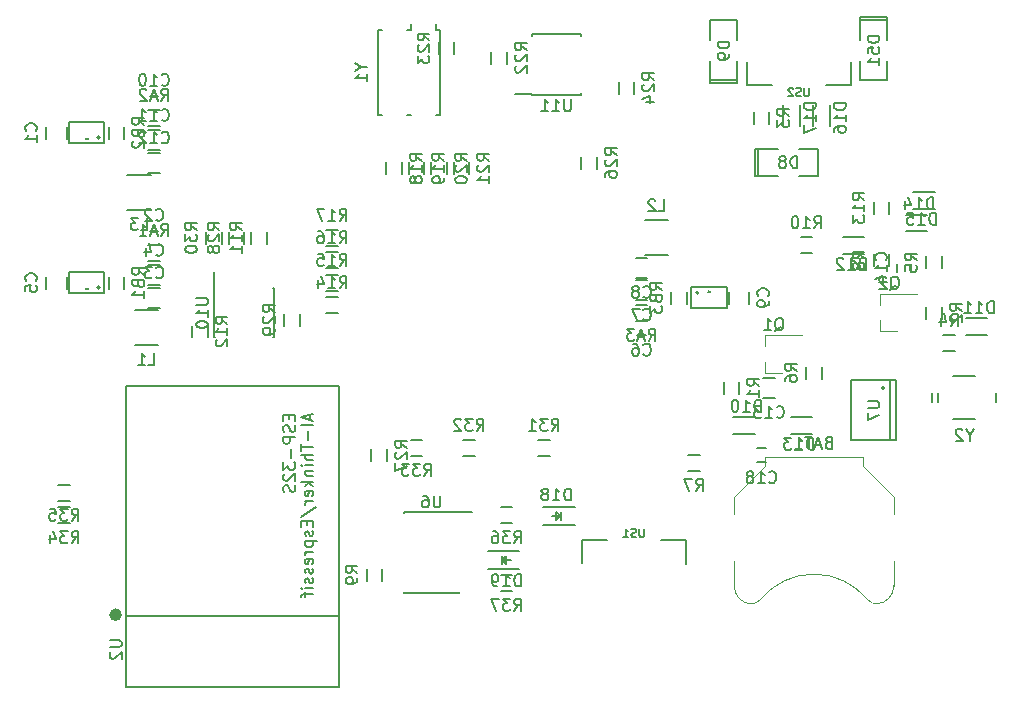
<source format=gbo>
G04 #@! TF.FileFunction,Legend,Bot*
%FSLAX46Y46*%
G04 Gerber Fmt 4.6, Leading zero omitted, Abs format (unit mm)*
G04 Created by KiCad (PCBNEW 4.0.5+dfsg1-4) date Thu May  4 12:37:23 2017*
%MOMM*%
%LPD*%
G01*
G04 APERTURE LIST*
%ADD10C,0.100000*%
%ADD11C,0.120000*%
%ADD12C,0.150000*%
%ADD13C,0.500000*%
%ADD14C,0.037500*%
G04 APERTURE END LIST*
D10*
D11*
X161075385Y-111454160D02*
G75*
G03X161990000Y-111070000I124615J984160D01*
G01*
X171904615Y-111454160D02*
G75*
G02X170990000Y-111070000I-124615J984160D01*
G01*
X161999339Y-111058671D02*
G75*
G02X170990000Y-111070000I4490661J-3711329D01*
G01*
X159740000Y-109920000D02*
G75*
G03X161190000Y-111470000I1500000J-50000D01*
G01*
X173240000Y-109920000D02*
G75*
G02X171790000Y-111470000I-1500000J-50000D01*
G01*
X159740000Y-107870000D02*
X159740000Y-109970000D01*
X173240000Y-107870000D02*
X173240000Y-109970000D01*
X173240000Y-103870000D02*
X173240000Y-102420000D01*
X173240000Y-102420000D02*
X170640000Y-99820000D01*
X170640000Y-99820000D02*
X170640000Y-99020000D01*
X170640000Y-99020000D02*
X162340000Y-99020000D01*
X162340000Y-99020000D02*
X162340000Y-99820000D01*
X162340000Y-99820000D02*
X159740000Y-102420000D01*
X159740000Y-102420000D02*
X159740000Y-103870000D01*
D12*
X170427000Y-62055000D02*
X170427000Y-61801000D01*
X170427000Y-61801000D02*
X172713000Y-61801000D01*
X172713000Y-61801000D02*
X172713000Y-62055000D01*
X170427000Y-62055000D02*
X172713000Y-62055000D01*
X172713000Y-62055000D02*
X172713000Y-63706000D01*
X170427000Y-65484000D02*
X170427000Y-67135000D01*
X170427000Y-67135000D02*
X172713000Y-67135000D01*
X172713000Y-67135000D02*
X172713000Y-65484000D01*
X170427000Y-63706000D02*
X170427000Y-62055000D01*
X110975000Y-86615000D02*
X108975000Y-86615000D01*
X108975000Y-89565000D02*
X110975000Y-89565000D01*
X106006803Y-84680000D02*
G75*
G03X106006803Y-84680000I-111803J0D01*
G01*
X106395000Y-83380000D02*
X103395000Y-83380000D01*
X103395000Y-83380000D02*
X103395000Y-85180000D01*
X103395000Y-85180000D02*
X106395000Y-85180000D01*
X106395000Y-85180000D02*
X106395000Y-83380000D01*
X152155000Y-81945000D02*
X154155000Y-81945000D01*
X154155000Y-78995000D02*
X152155000Y-78995000D01*
X156711803Y-85120000D02*
G75*
G03X156711803Y-85120000I-111803J0D01*
G01*
X156100000Y-86420000D02*
X159100000Y-86420000D01*
X159100000Y-86420000D02*
X159100000Y-84620000D01*
X159100000Y-84620000D02*
X156100000Y-84620000D01*
X156100000Y-84620000D02*
X156100000Y-86420000D01*
X110340000Y-75185000D02*
X108340000Y-75185000D01*
X108340000Y-78135000D02*
X110340000Y-78135000D01*
X106006803Y-71980000D02*
G75*
G03X106006803Y-71980000I-111803J0D01*
G01*
X106395000Y-70680000D02*
X103395000Y-70680000D01*
X103395000Y-70680000D02*
X103395000Y-72480000D01*
X103395000Y-72480000D02*
X106395000Y-72480000D01*
X106395000Y-72480000D02*
X106395000Y-70680000D01*
X101505000Y-72080000D02*
X101505000Y-71080000D01*
X103205000Y-71080000D02*
X103205000Y-72080000D01*
X110110000Y-84700000D02*
X111110000Y-84700000D01*
X111110000Y-86400000D02*
X110110000Y-86400000D01*
X110110000Y-82795000D02*
X111110000Y-82795000D01*
X111110000Y-84495000D02*
X110110000Y-84495000D01*
X101505000Y-84780000D02*
X101505000Y-83780000D01*
X103205000Y-83780000D02*
X103205000Y-84780000D01*
X152385000Y-85765000D02*
X151385000Y-85765000D01*
X151385000Y-84065000D02*
X152385000Y-84065000D01*
X152385000Y-83860000D02*
X151385000Y-83860000D01*
X151385000Y-82160000D02*
X152385000Y-82160000D01*
X160990000Y-85050000D02*
X160990000Y-86050000D01*
X159290000Y-86050000D02*
X159290000Y-85050000D01*
X110110000Y-71365000D02*
X111110000Y-71365000D01*
X111110000Y-73065000D02*
X110110000Y-73065000D01*
X110110000Y-73270000D02*
X111110000Y-73270000D01*
X111110000Y-74970000D02*
X110110000Y-74970000D01*
X161791000Y-75263000D02*
X161537000Y-75263000D01*
X161537000Y-75263000D02*
X161537000Y-72977000D01*
X161537000Y-72977000D02*
X161791000Y-72977000D01*
X161791000Y-75263000D02*
X161791000Y-72977000D01*
X161791000Y-72977000D02*
X163442000Y-72977000D01*
X165220000Y-75263000D02*
X166871000Y-75263000D01*
X166871000Y-75263000D02*
X166871000Y-72977000D01*
X166871000Y-72977000D02*
X165220000Y-72977000D01*
X163442000Y-75263000D02*
X161791000Y-75263000D01*
X160013000Y-67135000D02*
X160013000Y-67389000D01*
X160013000Y-67389000D02*
X157727000Y-67389000D01*
X157727000Y-67389000D02*
X157727000Y-67135000D01*
X160013000Y-67135000D02*
X157727000Y-67135000D01*
X157727000Y-67135000D02*
X157727000Y-65484000D01*
X160013000Y-63706000D02*
X160013000Y-62055000D01*
X160013000Y-62055000D02*
X157727000Y-62055000D01*
X157727000Y-62055000D02*
X157727000Y-63706000D01*
X160013000Y-65484000D02*
X160013000Y-67135000D01*
X172459000Y-93170000D02*
G75*
G03X172459000Y-93170000I-127000J0D01*
G01*
X172967000Y-92535000D02*
X172967000Y-97615000D01*
X169665000Y-92535000D02*
X169665000Y-97615000D01*
X173475000Y-92535000D02*
X173475000Y-97615000D01*
X173475000Y-92535000D02*
X169665000Y-92535000D01*
X173475000Y-97615000D02*
X169665000Y-97615000D01*
X163180000Y-94020000D02*
X162180000Y-94020000D01*
X162180000Y-92320000D02*
X163180000Y-92320000D01*
X159675000Y-95645000D02*
X161475000Y-95645000D01*
X159675000Y-97045000D02*
X161475000Y-97045000D01*
X179380000Y-87300000D02*
X181180000Y-87300000D01*
X179380000Y-88700000D02*
X181180000Y-88700000D01*
X176700000Y-77995000D02*
X174900000Y-77995000D01*
X176700000Y-76595000D02*
X174900000Y-76595000D01*
X170765000Y-81805000D02*
X168965000Y-81805000D01*
X170765000Y-80405000D02*
X168965000Y-80405000D01*
X155650000Y-108080000D02*
X155650000Y-106080000D01*
X155650000Y-106080000D02*
X153500000Y-106080000D01*
X149000000Y-106080000D02*
X146850000Y-106080000D01*
X146850000Y-106080000D02*
X146850000Y-108030000D01*
X160820000Y-65560000D02*
X160820000Y-67560000D01*
X160820000Y-67560000D02*
X162970000Y-67560000D01*
X167470000Y-67560000D02*
X169620000Y-67560000D01*
X169620000Y-67560000D02*
X169620000Y-65610000D01*
D11*
X162325000Y-91890000D02*
X162325000Y-90960000D01*
X162325000Y-88730000D02*
X162325000Y-89660000D01*
X162325000Y-88730000D02*
X165485000Y-88730000D01*
X162325000Y-91890000D02*
X163785000Y-91890000D01*
X172080000Y-88400000D02*
X172080000Y-87470000D01*
X172080000Y-85240000D02*
X172080000Y-86170000D01*
X172080000Y-85240000D02*
X175240000Y-85240000D01*
X172080000Y-88400000D02*
X173540000Y-88400000D01*
D12*
X110960000Y-79870000D02*
X110260000Y-79870000D01*
X110260000Y-81070000D02*
X110960000Y-81070000D01*
X151535000Y-88690000D02*
X152235000Y-88690000D01*
X152235000Y-87490000D02*
X151535000Y-87490000D01*
X110960000Y-68440000D02*
X110260000Y-68440000D01*
X110260000Y-69640000D02*
X110960000Y-69640000D01*
X173510000Y-82660000D02*
X173510000Y-83360000D01*
X174710000Y-83360000D02*
X174710000Y-82660000D01*
X158830000Y-92670000D02*
X158830000Y-93670000D01*
X160180000Y-93670000D02*
X160180000Y-92670000D01*
X175975000Y-86320000D02*
X175975000Y-87320000D01*
X177325000Y-87320000D02*
X177325000Y-86320000D01*
X177420000Y-90035000D02*
X178420000Y-90035000D01*
X178420000Y-88685000D02*
X177420000Y-88685000D01*
X177325000Y-83045000D02*
X177325000Y-82045000D01*
X175975000Y-82045000D02*
X175975000Y-83045000D01*
X167165000Y-92400000D02*
X167165000Y-91400000D01*
X165815000Y-91400000D02*
X165815000Y-92400000D01*
X156830000Y-98845000D02*
X155830000Y-98845000D01*
X155830000Y-100195000D02*
X156830000Y-100195000D01*
X172880000Y-82875000D02*
X172880000Y-81875000D01*
X171530000Y-81875000D02*
X171530000Y-82875000D01*
X129955000Y-109500000D02*
X129955000Y-108500000D01*
X128605000Y-108500000D02*
X128605000Y-109500000D01*
X165355000Y-81780000D02*
X166355000Y-81780000D01*
X166355000Y-80430000D02*
X165355000Y-80430000D01*
X172880000Y-78430000D02*
X172880000Y-77430000D01*
X171530000Y-77430000D02*
X171530000Y-78430000D01*
X110110000Y-82415000D02*
X111110000Y-82415000D01*
X111110000Y-81065000D02*
X110110000Y-81065000D01*
X110110000Y-70985000D02*
X111110000Y-70985000D01*
X111110000Y-69635000D02*
X110110000Y-69635000D01*
X152385000Y-86145000D02*
X151385000Y-86145000D01*
X151385000Y-87495000D02*
X152385000Y-87495000D01*
X106760000Y-83780000D02*
X106760000Y-84780000D01*
X108110000Y-84780000D02*
X108110000Y-83780000D01*
X106760000Y-71080000D02*
X106760000Y-72080000D01*
X108110000Y-72080000D02*
X108110000Y-71080000D01*
X155735000Y-86050000D02*
X155735000Y-85050000D01*
X154385000Y-85050000D02*
X154385000Y-86050000D01*
X125182000Y-86860000D02*
X126182000Y-86860000D01*
X126182000Y-85510000D02*
X125182000Y-85510000D01*
X125182000Y-84954000D02*
X126182000Y-84954000D01*
X126182000Y-83604000D02*
X125182000Y-83604000D01*
X125182000Y-83050000D02*
X126182000Y-83050000D01*
X126182000Y-81700000D02*
X125182000Y-81700000D01*
X125182000Y-81145000D02*
X126182000Y-81145000D01*
X126182000Y-79795000D02*
X125182000Y-79795000D01*
X130255000Y-74087000D02*
X130255000Y-75087000D01*
X131605000Y-75087000D02*
X131605000Y-74087000D01*
X132160000Y-74087000D02*
X132160000Y-75087000D01*
X133510000Y-75087000D02*
X133510000Y-74087000D01*
X134065000Y-74087000D02*
X134065000Y-75087000D01*
X135415000Y-75087000D02*
X135415000Y-74087000D01*
X135970000Y-74087000D02*
X135970000Y-75087000D01*
X137320000Y-75087000D02*
X137320000Y-74087000D01*
X115655000Y-84745000D02*
X115705000Y-84745000D01*
X115655000Y-88895000D02*
X115800000Y-88895000D01*
X120805000Y-88895000D02*
X120660000Y-88895000D01*
X120805000Y-84745000D02*
X120660000Y-84745000D01*
X115655000Y-84745000D02*
X115655000Y-88895000D01*
X120805000Y-84745000D02*
X120805000Y-88895000D01*
X115705000Y-84745000D02*
X115705000Y-83345000D01*
X161695000Y-99485000D02*
X162395000Y-99485000D01*
X162395000Y-98285000D02*
X161695000Y-98285000D01*
X142605000Y-68375000D02*
X142605000Y-68325000D01*
X146755000Y-68375000D02*
X146755000Y-68230000D01*
X146755000Y-63225000D02*
X146755000Y-63370000D01*
X142605000Y-63225000D02*
X142605000Y-63370000D01*
X142605000Y-68375000D02*
X146755000Y-68375000D01*
X142605000Y-63225000D02*
X146755000Y-63225000D01*
X142605000Y-68325000D02*
X141205000Y-68325000D01*
X166320000Y-97045000D02*
X164520000Y-97045000D01*
X166320000Y-95645000D02*
X164520000Y-95645000D01*
X174280000Y-78500000D02*
X176080000Y-78500000D01*
X174280000Y-79900000D02*
X176080000Y-79900000D01*
D13*
X107638415Y-112384338D02*
G75*
G03X107638415Y-112384338I-283981J0D01*
G01*
D12*
X126260434Y-112530338D02*
X108260434Y-112530338D01*
X108260434Y-118530338D02*
X108260434Y-93030338D01*
X126260434Y-118530338D02*
X126260434Y-93030338D01*
X126260434Y-93030338D02*
X108260434Y-93030338D01*
X126260434Y-118530338D02*
X108260434Y-118530338D01*
X167825000Y-69210000D02*
X167825000Y-71010000D01*
X166425000Y-69210000D02*
X166425000Y-71010000D01*
X165285000Y-69210000D02*
X165285000Y-71010000D01*
X163885000Y-69210000D02*
X163885000Y-71010000D01*
X161370000Y-69810000D02*
X161370000Y-70810000D01*
X162720000Y-70810000D02*
X162720000Y-69810000D01*
X139145000Y-64730000D02*
X139145000Y-65730000D01*
X140495000Y-65730000D02*
X140495000Y-64730000D01*
X136050000Y-64900000D02*
X136050000Y-63900000D01*
X134700000Y-63900000D02*
X134700000Y-64900000D01*
X149940000Y-67270000D02*
X149940000Y-68270000D01*
X151290000Y-68270000D02*
X151290000Y-67270000D01*
X146765000Y-73620000D02*
X146765000Y-74620000D01*
X148115000Y-74620000D02*
X148115000Y-73620000D01*
X131780000Y-103690000D02*
X131780000Y-103790000D01*
X131780000Y-110515000D02*
X131780000Y-110490000D01*
X136430000Y-110515000D02*
X136430000Y-110490000D01*
X137505000Y-103690000D02*
X131780000Y-103690000D01*
X136430000Y-110515000D02*
X131780000Y-110515000D01*
X120175000Y-80970000D02*
X120175000Y-79970000D01*
X118825000Y-79970000D02*
X118825000Y-80970000D01*
X113805000Y-87900000D02*
X113805000Y-88900000D01*
X115155000Y-88900000D02*
X115155000Y-87900000D01*
X128985000Y-98385000D02*
X128985000Y-99385000D01*
X130335000Y-99385000D02*
X130335000Y-98385000D01*
X118270000Y-80970000D02*
X118270000Y-79970000D01*
X116920000Y-79970000D02*
X116920000Y-80970000D01*
X122955000Y-87900000D02*
X122955000Y-86900000D01*
X121605000Y-86900000D02*
X121605000Y-87900000D01*
X116365000Y-80970000D02*
X116365000Y-79970000D01*
X115015000Y-79970000D02*
X115015000Y-80970000D01*
X143130000Y-98925000D02*
X144130000Y-98925000D01*
X144130000Y-97575000D02*
X143130000Y-97575000D01*
X136780000Y-98925000D02*
X137780000Y-98925000D01*
X137780000Y-97575000D02*
X136780000Y-97575000D01*
X133335000Y-97575000D02*
X132335000Y-97575000D01*
X132335000Y-98925000D02*
X133335000Y-98925000D01*
X103490000Y-103290000D02*
X102490000Y-103290000D01*
X102490000Y-104640000D02*
X103490000Y-104640000D01*
X177031000Y-94381000D02*
X177031000Y-93619000D01*
X178290000Y-92200000D02*
X180090000Y-92200000D01*
X181890000Y-93600000D02*
X181890000Y-94400000D01*
X180090000Y-95800000D02*
X178290000Y-95800000D01*
X176490000Y-94400000D02*
X176490000Y-93600000D01*
X134500000Y-62900000D02*
X134500000Y-62350000D01*
X134800000Y-70100000D02*
X134500000Y-70100000D01*
X129600000Y-70100000D02*
X129900000Y-70100000D01*
X129600000Y-62900000D02*
X129900000Y-62900000D01*
X134800000Y-62900000D02*
X134500000Y-62900000D01*
X134800000Y-62900000D02*
X134800000Y-70100000D01*
X132400000Y-62900000D02*
X132400000Y-62350000D01*
X129600000Y-62900000D02*
X129600000Y-70100000D01*
X132400000Y-70100000D02*
X132000000Y-70100000D01*
X132400000Y-62900000D02*
X132000000Y-62900000D01*
X103490000Y-101385000D02*
X102490000Y-101385000D01*
X102490000Y-102735000D02*
X103490000Y-102735000D01*
X146280000Y-104750000D02*
X143580000Y-104750000D01*
X146280000Y-103250000D02*
X143580000Y-103250000D01*
X144780000Y-104150000D02*
X144780000Y-103900000D01*
X144780000Y-103900000D02*
X144930000Y-104050000D01*
X145030000Y-103650000D02*
X145030000Y-104350000D01*
X144680000Y-104000000D02*
X144330000Y-104000000D01*
X145030000Y-104000000D02*
X144680000Y-103650000D01*
X144680000Y-103650000D02*
X144680000Y-104350000D01*
X144680000Y-104350000D02*
X145030000Y-104000000D01*
X138855000Y-107025000D02*
X141555000Y-107025000D01*
X138855000Y-108525000D02*
X141555000Y-108525000D01*
X140355000Y-107625000D02*
X140355000Y-107875000D01*
X140355000Y-107875000D02*
X140205000Y-107725000D01*
X140105000Y-108125000D02*
X140105000Y-107425000D01*
X140455000Y-107775000D02*
X140805000Y-107775000D01*
X140105000Y-107775000D02*
X140455000Y-108125000D01*
X140455000Y-108125000D02*
X140455000Y-107425000D01*
X140455000Y-107425000D02*
X140105000Y-107775000D01*
X140955000Y-103290000D02*
X139955000Y-103290000D01*
X139955000Y-104640000D02*
X140955000Y-104640000D01*
X140955000Y-109005000D02*
X139955000Y-109005000D01*
X139955000Y-110355000D02*
X140955000Y-110355000D01*
X167704285Y-97798571D02*
X167561428Y-97846190D01*
X167513809Y-97893810D01*
X167466190Y-97989048D01*
X167466190Y-98131905D01*
X167513809Y-98227143D01*
X167561428Y-98274762D01*
X167656666Y-98322381D01*
X168037619Y-98322381D01*
X168037619Y-97322381D01*
X167704285Y-97322381D01*
X167609047Y-97370000D01*
X167561428Y-97417619D01*
X167513809Y-97512857D01*
X167513809Y-97608095D01*
X167561428Y-97703333D01*
X167609047Y-97750952D01*
X167704285Y-97798571D01*
X168037619Y-97798571D01*
X167085238Y-98036667D02*
X166609047Y-98036667D01*
X167180476Y-98322381D02*
X166847143Y-97322381D01*
X166513809Y-98322381D01*
X166323333Y-97322381D02*
X165751904Y-97322381D01*
X166037619Y-98322381D02*
X166037619Y-97322381D01*
X164894761Y-98322381D02*
X165466190Y-98322381D01*
X165180476Y-98322381D02*
X165180476Y-97322381D01*
X165275714Y-97465238D01*
X165370952Y-97560476D01*
X165466190Y-97608095D01*
X172022381Y-63380714D02*
X171022381Y-63380714D01*
X171022381Y-63618809D01*
X171070000Y-63761667D01*
X171165238Y-63856905D01*
X171260476Y-63904524D01*
X171450952Y-63952143D01*
X171593810Y-63952143D01*
X171784286Y-63904524D01*
X171879524Y-63856905D01*
X171974762Y-63761667D01*
X172022381Y-63618809D01*
X172022381Y-63380714D01*
X171022381Y-64856905D02*
X171022381Y-64380714D01*
X171498571Y-64333095D01*
X171450952Y-64380714D01*
X171403333Y-64475952D01*
X171403333Y-64714048D01*
X171450952Y-64809286D01*
X171498571Y-64856905D01*
X171593810Y-64904524D01*
X171831905Y-64904524D01*
X171927143Y-64856905D01*
X171974762Y-64809286D01*
X172022381Y-64714048D01*
X172022381Y-64475952D01*
X171974762Y-64380714D01*
X171927143Y-64333095D01*
X172022381Y-65856905D02*
X172022381Y-65285476D01*
X172022381Y-65571190D02*
X171022381Y-65571190D01*
X171165238Y-65475952D01*
X171260476Y-65380714D01*
X171308095Y-65285476D01*
X110141666Y-91242381D02*
X110617857Y-91242381D01*
X110617857Y-90242381D01*
X109284523Y-91242381D02*
X109855952Y-91242381D01*
X109570238Y-91242381D02*
X109570238Y-90242381D01*
X109665476Y-90385238D01*
X109760714Y-90480476D01*
X109855952Y-90528095D01*
D14*
X105009286Y-84697857D02*
X105009286Y-84819286D01*
X105002143Y-84833571D01*
X104995000Y-84840714D01*
X104980714Y-84847857D01*
X104952143Y-84847857D01*
X104937857Y-84840714D01*
X104930714Y-84833571D01*
X104923571Y-84819286D01*
X104923571Y-84697857D01*
X104866428Y-84697857D02*
X104773571Y-84697857D01*
X104823571Y-84755000D01*
X104802143Y-84755000D01*
X104787857Y-84762143D01*
X104780714Y-84769286D01*
X104773571Y-84783571D01*
X104773571Y-84819286D01*
X104780714Y-84833571D01*
X104787857Y-84840714D01*
X104802143Y-84847857D01*
X104845000Y-84847857D01*
X104859286Y-84840714D01*
X104866428Y-84833571D01*
D12*
X153321666Y-78222381D02*
X153797857Y-78222381D01*
X153797857Y-77222381D01*
X153035952Y-77317619D02*
X152988333Y-77270000D01*
X152893095Y-77222381D01*
X152654999Y-77222381D01*
X152559761Y-77270000D01*
X152512142Y-77317619D01*
X152464523Y-77412857D01*
X152464523Y-77508095D01*
X152512142Y-77650952D01*
X153083571Y-78222381D01*
X152464523Y-78222381D01*
D14*
X157714286Y-84937857D02*
X157714286Y-85059286D01*
X157707143Y-85073571D01*
X157700000Y-85080714D01*
X157685714Y-85087857D01*
X157657143Y-85087857D01*
X157642857Y-85080714D01*
X157635714Y-85073571D01*
X157628571Y-85059286D01*
X157628571Y-84937857D01*
X157492857Y-84987857D02*
X157492857Y-85087857D01*
X157528571Y-84930714D02*
X157564286Y-85037857D01*
X157471428Y-85037857D01*
D12*
X109506666Y-79812381D02*
X109982857Y-79812381D01*
X109982857Y-78812381D01*
X109268571Y-78812381D02*
X108649523Y-78812381D01*
X108982857Y-79193333D01*
X108839999Y-79193333D01*
X108744761Y-79240952D01*
X108697142Y-79288571D01*
X108649523Y-79383810D01*
X108649523Y-79621905D01*
X108697142Y-79717143D01*
X108744761Y-79764762D01*
X108839999Y-79812381D01*
X109125714Y-79812381D01*
X109220952Y-79764762D01*
X109268571Y-79717143D01*
D14*
X105009286Y-71997857D02*
X105009286Y-72119286D01*
X105002143Y-72133571D01*
X104995000Y-72140714D01*
X104980714Y-72147857D01*
X104952143Y-72147857D01*
X104937857Y-72140714D01*
X104930714Y-72133571D01*
X104923571Y-72119286D01*
X104923571Y-71997857D01*
X104780714Y-71997857D02*
X104852143Y-71997857D01*
X104859286Y-72069286D01*
X104852143Y-72062143D01*
X104837857Y-72055000D01*
X104802143Y-72055000D01*
X104787857Y-72062143D01*
X104780714Y-72069286D01*
X104773571Y-72083571D01*
X104773571Y-72119286D01*
X104780714Y-72133571D01*
X104787857Y-72140714D01*
X104802143Y-72147857D01*
X104837857Y-72147857D01*
X104852143Y-72140714D01*
X104859286Y-72133571D01*
D12*
X100612143Y-71413334D02*
X100659762Y-71365715D01*
X100707381Y-71222858D01*
X100707381Y-71127620D01*
X100659762Y-70984762D01*
X100564524Y-70889524D01*
X100469286Y-70841905D01*
X100278810Y-70794286D01*
X100135952Y-70794286D01*
X99945476Y-70841905D01*
X99850238Y-70889524D01*
X99755000Y-70984762D01*
X99707381Y-71127620D01*
X99707381Y-71222858D01*
X99755000Y-71365715D01*
X99802619Y-71413334D01*
X100707381Y-72365715D02*
X100707381Y-71794286D01*
X100707381Y-72080000D02*
X99707381Y-72080000D01*
X99850238Y-71984762D01*
X99945476Y-71889524D01*
X99993095Y-71794286D01*
X110776666Y-83807143D02*
X110824285Y-83854762D01*
X110967142Y-83902381D01*
X111062380Y-83902381D01*
X111205238Y-83854762D01*
X111300476Y-83759524D01*
X111348095Y-83664286D01*
X111395714Y-83473810D01*
X111395714Y-83330952D01*
X111348095Y-83140476D01*
X111300476Y-83045238D01*
X111205238Y-82950000D01*
X111062380Y-82902381D01*
X110967142Y-82902381D01*
X110824285Y-82950000D01*
X110776666Y-82997619D01*
X110443333Y-82902381D02*
X109824285Y-82902381D01*
X110157619Y-83283333D01*
X110014761Y-83283333D01*
X109919523Y-83330952D01*
X109871904Y-83378571D01*
X109824285Y-83473810D01*
X109824285Y-83711905D01*
X109871904Y-83807143D01*
X109919523Y-83854762D01*
X110014761Y-83902381D01*
X110300476Y-83902381D01*
X110395714Y-83854762D01*
X110443333Y-83807143D01*
X110776666Y-81902143D02*
X110824285Y-81949762D01*
X110967142Y-81997381D01*
X111062380Y-81997381D01*
X111205238Y-81949762D01*
X111300476Y-81854524D01*
X111348095Y-81759286D01*
X111395714Y-81568810D01*
X111395714Y-81425952D01*
X111348095Y-81235476D01*
X111300476Y-81140238D01*
X111205238Y-81045000D01*
X111062380Y-80997381D01*
X110967142Y-80997381D01*
X110824285Y-81045000D01*
X110776666Y-81092619D01*
X109919523Y-81330714D02*
X109919523Y-81997381D01*
X110157619Y-80949762D02*
X110395714Y-81664048D01*
X109776666Y-81664048D01*
X100612143Y-84113334D02*
X100659762Y-84065715D01*
X100707381Y-83922858D01*
X100707381Y-83827620D01*
X100659762Y-83684762D01*
X100564524Y-83589524D01*
X100469286Y-83541905D01*
X100278810Y-83494286D01*
X100135952Y-83494286D01*
X99945476Y-83541905D01*
X99850238Y-83589524D01*
X99755000Y-83684762D01*
X99707381Y-83827620D01*
X99707381Y-83922858D01*
X99755000Y-84065715D01*
X99802619Y-84113334D01*
X99707381Y-85018096D02*
X99707381Y-84541905D01*
X100183571Y-84494286D01*
X100135952Y-84541905D01*
X100088333Y-84637143D01*
X100088333Y-84875239D01*
X100135952Y-84970477D01*
X100183571Y-85018096D01*
X100278810Y-85065715D01*
X100516905Y-85065715D01*
X100612143Y-85018096D01*
X100659762Y-84970477D01*
X100707381Y-84875239D01*
X100707381Y-84637143D01*
X100659762Y-84541905D01*
X100612143Y-84494286D01*
X152051666Y-87372143D02*
X152099285Y-87419762D01*
X152242142Y-87467381D01*
X152337380Y-87467381D01*
X152480238Y-87419762D01*
X152575476Y-87324524D01*
X152623095Y-87229286D01*
X152670714Y-87038810D01*
X152670714Y-86895952D01*
X152623095Y-86705476D01*
X152575476Y-86610238D01*
X152480238Y-86515000D01*
X152337380Y-86467381D01*
X152242142Y-86467381D01*
X152099285Y-86515000D01*
X152051666Y-86562619D01*
X151718333Y-86467381D02*
X151051666Y-86467381D01*
X151480238Y-87467381D01*
X152051666Y-85467143D02*
X152099285Y-85514762D01*
X152242142Y-85562381D01*
X152337380Y-85562381D01*
X152480238Y-85514762D01*
X152575476Y-85419524D01*
X152623095Y-85324286D01*
X152670714Y-85133810D01*
X152670714Y-84990952D01*
X152623095Y-84800476D01*
X152575476Y-84705238D01*
X152480238Y-84610000D01*
X152337380Y-84562381D01*
X152242142Y-84562381D01*
X152099285Y-84610000D01*
X152051666Y-84657619D01*
X151480238Y-84990952D02*
X151575476Y-84943333D01*
X151623095Y-84895714D01*
X151670714Y-84800476D01*
X151670714Y-84752857D01*
X151623095Y-84657619D01*
X151575476Y-84610000D01*
X151480238Y-84562381D01*
X151289761Y-84562381D01*
X151194523Y-84610000D01*
X151146904Y-84657619D01*
X151099285Y-84752857D01*
X151099285Y-84800476D01*
X151146904Y-84895714D01*
X151194523Y-84943333D01*
X151289761Y-84990952D01*
X151480238Y-84990952D01*
X151575476Y-85038571D01*
X151623095Y-85086190D01*
X151670714Y-85181429D01*
X151670714Y-85371905D01*
X151623095Y-85467143D01*
X151575476Y-85514762D01*
X151480238Y-85562381D01*
X151289761Y-85562381D01*
X151194523Y-85514762D01*
X151146904Y-85467143D01*
X151099285Y-85371905D01*
X151099285Y-85181429D01*
X151146904Y-85086190D01*
X151194523Y-85038571D01*
X151289761Y-84990952D01*
X162597143Y-85383334D02*
X162644762Y-85335715D01*
X162692381Y-85192858D01*
X162692381Y-85097620D01*
X162644762Y-84954762D01*
X162549524Y-84859524D01*
X162454286Y-84811905D01*
X162263810Y-84764286D01*
X162120952Y-84764286D01*
X161930476Y-84811905D01*
X161835238Y-84859524D01*
X161740000Y-84954762D01*
X161692381Y-85097620D01*
X161692381Y-85192858D01*
X161740000Y-85335715D01*
X161787619Y-85383334D01*
X162692381Y-85859524D02*
X162692381Y-86050000D01*
X162644762Y-86145239D01*
X162597143Y-86192858D01*
X162454286Y-86288096D01*
X162263810Y-86335715D01*
X161882857Y-86335715D01*
X161787619Y-86288096D01*
X161740000Y-86240477D01*
X161692381Y-86145239D01*
X161692381Y-85954762D01*
X161740000Y-85859524D01*
X161787619Y-85811905D01*
X161882857Y-85764286D01*
X162120952Y-85764286D01*
X162216190Y-85811905D01*
X162263810Y-85859524D01*
X162311429Y-85954762D01*
X162311429Y-86145239D01*
X162263810Y-86240477D01*
X162216190Y-86288096D01*
X162120952Y-86335715D01*
X111252857Y-70472143D02*
X111300476Y-70519762D01*
X111443333Y-70567381D01*
X111538571Y-70567381D01*
X111681429Y-70519762D01*
X111776667Y-70424524D01*
X111824286Y-70329286D01*
X111871905Y-70138810D01*
X111871905Y-69995952D01*
X111824286Y-69805476D01*
X111776667Y-69710238D01*
X111681429Y-69615000D01*
X111538571Y-69567381D01*
X111443333Y-69567381D01*
X111300476Y-69615000D01*
X111252857Y-69662619D01*
X110300476Y-70567381D02*
X110871905Y-70567381D01*
X110586191Y-70567381D02*
X110586191Y-69567381D01*
X110681429Y-69710238D01*
X110776667Y-69805476D01*
X110871905Y-69853095D01*
X109348095Y-70567381D02*
X109919524Y-70567381D01*
X109633810Y-70567381D02*
X109633810Y-69567381D01*
X109729048Y-69710238D01*
X109824286Y-69805476D01*
X109919524Y-69853095D01*
X111252857Y-72377143D02*
X111300476Y-72424762D01*
X111443333Y-72472381D01*
X111538571Y-72472381D01*
X111681429Y-72424762D01*
X111776667Y-72329524D01*
X111824286Y-72234286D01*
X111871905Y-72043810D01*
X111871905Y-71900952D01*
X111824286Y-71710476D01*
X111776667Y-71615238D01*
X111681429Y-71520000D01*
X111538571Y-71472381D01*
X111443333Y-71472381D01*
X111300476Y-71520000D01*
X111252857Y-71567619D01*
X110300476Y-72472381D02*
X110871905Y-72472381D01*
X110586191Y-72472381D02*
X110586191Y-71472381D01*
X110681429Y-71615238D01*
X110776667Y-71710476D01*
X110871905Y-71758095D01*
X109919524Y-71567619D02*
X109871905Y-71520000D01*
X109776667Y-71472381D01*
X109538571Y-71472381D01*
X109443333Y-71520000D01*
X109395714Y-71567619D01*
X109348095Y-71662857D01*
X109348095Y-71758095D01*
X109395714Y-71900952D01*
X109967143Y-72472381D01*
X109348095Y-72472381D01*
X165069095Y-74572381D02*
X165069095Y-73572381D01*
X164831000Y-73572381D01*
X164688142Y-73620000D01*
X164592904Y-73715238D01*
X164545285Y-73810476D01*
X164497666Y-74000952D01*
X164497666Y-74143810D01*
X164545285Y-74334286D01*
X164592904Y-74429524D01*
X164688142Y-74524762D01*
X164831000Y-74572381D01*
X165069095Y-74572381D01*
X163926238Y-74000952D02*
X164021476Y-73953333D01*
X164069095Y-73905714D01*
X164116714Y-73810476D01*
X164116714Y-73762857D01*
X164069095Y-73667619D01*
X164021476Y-73620000D01*
X163926238Y-73572381D01*
X163735761Y-73572381D01*
X163640523Y-73620000D01*
X163592904Y-73667619D01*
X163545285Y-73762857D01*
X163545285Y-73810476D01*
X163592904Y-73905714D01*
X163640523Y-73953333D01*
X163735761Y-74000952D01*
X163926238Y-74000952D01*
X164021476Y-74048571D01*
X164069095Y-74096190D01*
X164116714Y-74191429D01*
X164116714Y-74381905D01*
X164069095Y-74477143D01*
X164021476Y-74524762D01*
X163926238Y-74572381D01*
X163735761Y-74572381D01*
X163640523Y-74524762D01*
X163592904Y-74477143D01*
X163545285Y-74381905D01*
X163545285Y-74191429D01*
X163592904Y-74096190D01*
X163640523Y-74048571D01*
X163735761Y-74000952D01*
X159322381Y-63856905D02*
X158322381Y-63856905D01*
X158322381Y-64095000D01*
X158370000Y-64237858D01*
X158465238Y-64333096D01*
X158560476Y-64380715D01*
X158750952Y-64428334D01*
X158893810Y-64428334D01*
X159084286Y-64380715D01*
X159179524Y-64333096D01*
X159274762Y-64237858D01*
X159322381Y-64095000D01*
X159322381Y-63856905D01*
X159322381Y-64904524D02*
X159322381Y-65095000D01*
X159274762Y-65190239D01*
X159227143Y-65237858D01*
X159084286Y-65333096D01*
X158893810Y-65380715D01*
X158512857Y-65380715D01*
X158417619Y-65333096D01*
X158370000Y-65285477D01*
X158322381Y-65190239D01*
X158322381Y-64999762D01*
X158370000Y-64904524D01*
X158417619Y-64856905D01*
X158512857Y-64809286D01*
X158750952Y-64809286D01*
X158846190Y-64856905D01*
X158893810Y-64904524D01*
X158941429Y-64999762D01*
X158941429Y-65190239D01*
X158893810Y-65285477D01*
X158846190Y-65333096D01*
X158750952Y-65380715D01*
X171022381Y-94313095D02*
X171831905Y-94313095D01*
X171927143Y-94360714D01*
X171974762Y-94408333D01*
X172022381Y-94503571D01*
X172022381Y-94694048D01*
X171974762Y-94789286D01*
X171927143Y-94836905D01*
X171831905Y-94884524D01*
X171022381Y-94884524D01*
X171022381Y-95265476D02*
X171022381Y-95932143D01*
X172022381Y-95503571D01*
X163322857Y-95627143D02*
X163370476Y-95674762D01*
X163513333Y-95722381D01*
X163608571Y-95722381D01*
X163751429Y-95674762D01*
X163846667Y-95579524D01*
X163894286Y-95484286D01*
X163941905Y-95293810D01*
X163941905Y-95150952D01*
X163894286Y-94960476D01*
X163846667Y-94865238D01*
X163751429Y-94770000D01*
X163608571Y-94722381D01*
X163513333Y-94722381D01*
X163370476Y-94770000D01*
X163322857Y-94817619D01*
X162370476Y-95722381D02*
X162941905Y-95722381D01*
X162656191Y-95722381D02*
X162656191Y-94722381D01*
X162751429Y-94865238D01*
X162846667Y-94960476D01*
X162941905Y-95008095D01*
X162037143Y-94722381D02*
X161418095Y-94722381D01*
X161751429Y-95103333D01*
X161608571Y-95103333D01*
X161513333Y-95150952D01*
X161465714Y-95198571D01*
X161418095Y-95293810D01*
X161418095Y-95531905D01*
X161465714Y-95627143D01*
X161513333Y-95674762D01*
X161608571Y-95722381D01*
X161894286Y-95722381D01*
X161989524Y-95674762D01*
X162037143Y-95627143D01*
X161989286Y-95197381D02*
X161989286Y-94197381D01*
X161751191Y-94197381D01*
X161608333Y-94245000D01*
X161513095Y-94340238D01*
X161465476Y-94435476D01*
X161417857Y-94625952D01*
X161417857Y-94768810D01*
X161465476Y-94959286D01*
X161513095Y-95054524D01*
X161608333Y-95149762D01*
X161751191Y-95197381D01*
X161989286Y-95197381D01*
X160465476Y-95197381D02*
X161036905Y-95197381D01*
X160751191Y-95197381D02*
X160751191Y-94197381D01*
X160846429Y-94340238D01*
X160941667Y-94435476D01*
X161036905Y-94483095D01*
X159846429Y-94197381D02*
X159751190Y-94197381D01*
X159655952Y-94245000D01*
X159608333Y-94292619D01*
X159560714Y-94387857D01*
X159513095Y-94578333D01*
X159513095Y-94816429D01*
X159560714Y-95006905D01*
X159608333Y-95102143D01*
X159655952Y-95149762D01*
X159751190Y-95197381D01*
X159846429Y-95197381D01*
X159941667Y-95149762D01*
X159989286Y-95102143D01*
X160036905Y-95006905D01*
X160084524Y-94816429D01*
X160084524Y-94578333D01*
X160036905Y-94387857D01*
X159989286Y-94292619D01*
X159941667Y-94245000D01*
X159846429Y-94197381D01*
X181694286Y-86852381D02*
X181694286Y-85852381D01*
X181456191Y-85852381D01*
X181313333Y-85900000D01*
X181218095Y-85995238D01*
X181170476Y-86090476D01*
X181122857Y-86280952D01*
X181122857Y-86423810D01*
X181170476Y-86614286D01*
X181218095Y-86709524D01*
X181313333Y-86804762D01*
X181456191Y-86852381D01*
X181694286Y-86852381D01*
X180170476Y-86852381D02*
X180741905Y-86852381D01*
X180456191Y-86852381D02*
X180456191Y-85852381D01*
X180551429Y-85995238D01*
X180646667Y-86090476D01*
X180741905Y-86138095D01*
X179218095Y-86852381D02*
X179789524Y-86852381D01*
X179503810Y-86852381D02*
X179503810Y-85852381D01*
X179599048Y-85995238D01*
X179694286Y-86090476D01*
X179789524Y-86138095D01*
X176814286Y-79347381D02*
X176814286Y-78347381D01*
X176576191Y-78347381D01*
X176433333Y-78395000D01*
X176338095Y-78490238D01*
X176290476Y-78585476D01*
X176242857Y-78775952D01*
X176242857Y-78918810D01*
X176290476Y-79109286D01*
X176338095Y-79204524D01*
X176433333Y-79299762D01*
X176576191Y-79347381D01*
X176814286Y-79347381D01*
X175290476Y-79347381D02*
X175861905Y-79347381D01*
X175576191Y-79347381D02*
X175576191Y-78347381D01*
X175671429Y-78490238D01*
X175766667Y-78585476D01*
X175861905Y-78633095D01*
X174385714Y-78347381D02*
X174861905Y-78347381D01*
X174909524Y-78823571D01*
X174861905Y-78775952D01*
X174766667Y-78728333D01*
X174528571Y-78728333D01*
X174433333Y-78775952D01*
X174385714Y-78823571D01*
X174338095Y-78918810D01*
X174338095Y-79156905D01*
X174385714Y-79252143D01*
X174433333Y-79299762D01*
X174528571Y-79347381D01*
X174766667Y-79347381D01*
X174861905Y-79299762D01*
X174909524Y-79252143D01*
X170879286Y-83157381D02*
X170879286Y-82157381D01*
X170641191Y-82157381D01*
X170498333Y-82205000D01*
X170403095Y-82300238D01*
X170355476Y-82395476D01*
X170307857Y-82585952D01*
X170307857Y-82728810D01*
X170355476Y-82919286D01*
X170403095Y-83014524D01*
X170498333Y-83109762D01*
X170641191Y-83157381D01*
X170879286Y-83157381D01*
X169355476Y-83157381D02*
X169926905Y-83157381D01*
X169641191Y-83157381D02*
X169641191Y-82157381D01*
X169736429Y-82300238D01*
X169831667Y-82395476D01*
X169926905Y-82443095D01*
X168974524Y-82252619D02*
X168926905Y-82205000D01*
X168831667Y-82157381D01*
X168593571Y-82157381D01*
X168498333Y-82205000D01*
X168450714Y-82252619D01*
X168403095Y-82347857D01*
X168403095Y-82443095D01*
X168450714Y-82585952D01*
X169022143Y-83157381D01*
X168403095Y-83157381D01*
X152116666Y-105096667D02*
X152116666Y-105663333D01*
X152083333Y-105730000D01*
X152050000Y-105763333D01*
X151983333Y-105796667D01*
X151850000Y-105796667D01*
X151783333Y-105763333D01*
X151750000Y-105730000D01*
X151716666Y-105663333D01*
X151716666Y-105096667D01*
X151416667Y-105763333D02*
X151316667Y-105796667D01*
X151150000Y-105796667D01*
X151083333Y-105763333D01*
X151050000Y-105730000D01*
X151016667Y-105663333D01*
X151016667Y-105596667D01*
X151050000Y-105530000D01*
X151083333Y-105496667D01*
X151150000Y-105463333D01*
X151283333Y-105430000D01*
X151350000Y-105396667D01*
X151383333Y-105363333D01*
X151416667Y-105296667D01*
X151416667Y-105230000D01*
X151383333Y-105163333D01*
X151350000Y-105130000D01*
X151283333Y-105096667D01*
X151116667Y-105096667D01*
X151016667Y-105130000D01*
X150350000Y-105796667D02*
X150750000Y-105796667D01*
X150550000Y-105796667D02*
X150550000Y-105096667D01*
X150616666Y-105196667D01*
X150683333Y-105263333D01*
X150750000Y-105296667D01*
X166086666Y-67776667D02*
X166086666Y-68343333D01*
X166053333Y-68410000D01*
X166020000Y-68443333D01*
X165953333Y-68476667D01*
X165820000Y-68476667D01*
X165753333Y-68443333D01*
X165720000Y-68410000D01*
X165686666Y-68343333D01*
X165686666Y-67776667D01*
X165386667Y-68443333D02*
X165286667Y-68476667D01*
X165120000Y-68476667D01*
X165053333Y-68443333D01*
X165020000Y-68410000D01*
X164986667Y-68343333D01*
X164986667Y-68276667D01*
X165020000Y-68210000D01*
X165053333Y-68176667D01*
X165120000Y-68143333D01*
X165253333Y-68110000D01*
X165320000Y-68076667D01*
X165353333Y-68043333D01*
X165386667Y-67976667D01*
X165386667Y-67910000D01*
X165353333Y-67843333D01*
X165320000Y-67810000D01*
X165253333Y-67776667D01*
X165086667Y-67776667D01*
X164986667Y-67810000D01*
X164720000Y-67843333D02*
X164686666Y-67810000D01*
X164620000Y-67776667D01*
X164453333Y-67776667D01*
X164386666Y-67810000D01*
X164353333Y-67843333D01*
X164320000Y-67910000D01*
X164320000Y-67976667D01*
X164353333Y-68076667D01*
X164753333Y-68476667D01*
X164320000Y-68476667D01*
X163180238Y-88357619D02*
X163275476Y-88310000D01*
X163370714Y-88214762D01*
X163513571Y-88071905D01*
X163608810Y-88024286D01*
X163704048Y-88024286D01*
X163656429Y-88262381D02*
X163751667Y-88214762D01*
X163846905Y-88119524D01*
X163894524Y-87929048D01*
X163894524Y-87595714D01*
X163846905Y-87405238D01*
X163751667Y-87310000D01*
X163656429Y-87262381D01*
X163465952Y-87262381D01*
X163370714Y-87310000D01*
X163275476Y-87405238D01*
X163227857Y-87595714D01*
X163227857Y-87929048D01*
X163275476Y-88119524D01*
X163370714Y-88214762D01*
X163465952Y-88262381D01*
X163656429Y-88262381D01*
X162275476Y-88262381D02*
X162846905Y-88262381D01*
X162561191Y-88262381D02*
X162561191Y-87262381D01*
X162656429Y-87405238D01*
X162751667Y-87500476D01*
X162846905Y-87548095D01*
X172935238Y-84867619D02*
X173030476Y-84820000D01*
X173125714Y-84724762D01*
X173268571Y-84581905D01*
X173363810Y-84534286D01*
X173459048Y-84534286D01*
X173411429Y-84772381D02*
X173506667Y-84724762D01*
X173601905Y-84629524D01*
X173649524Y-84439048D01*
X173649524Y-84105714D01*
X173601905Y-83915238D01*
X173506667Y-83820000D01*
X173411429Y-83772381D01*
X173220952Y-83772381D01*
X173125714Y-83820000D01*
X173030476Y-83915238D01*
X172982857Y-84105714D01*
X172982857Y-84439048D01*
X173030476Y-84629524D01*
X173125714Y-84724762D01*
X173220952Y-84772381D01*
X173411429Y-84772381D01*
X172601905Y-83867619D02*
X172554286Y-83820000D01*
X172459048Y-83772381D01*
X172220952Y-83772381D01*
X172125714Y-83820000D01*
X172078095Y-83867619D01*
X172030476Y-83962857D01*
X172030476Y-84058095D01*
X172078095Y-84200952D01*
X172649524Y-84772381D01*
X172030476Y-84772381D01*
X110776666Y-78927143D02*
X110824285Y-78974762D01*
X110967142Y-79022381D01*
X111062380Y-79022381D01*
X111205238Y-78974762D01*
X111300476Y-78879524D01*
X111348095Y-78784286D01*
X111395714Y-78593810D01*
X111395714Y-78450952D01*
X111348095Y-78260476D01*
X111300476Y-78165238D01*
X111205238Y-78070000D01*
X111062380Y-78022381D01*
X110967142Y-78022381D01*
X110824285Y-78070000D01*
X110776666Y-78117619D01*
X110395714Y-78117619D02*
X110348095Y-78070000D01*
X110252857Y-78022381D01*
X110014761Y-78022381D01*
X109919523Y-78070000D01*
X109871904Y-78117619D01*
X109824285Y-78212857D01*
X109824285Y-78308095D01*
X109871904Y-78450952D01*
X110443333Y-79022381D01*
X109824285Y-79022381D01*
X152051666Y-90347143D02*
X152099285Y-90394762D01*
X152242142Y-90442381D01*
X152337380Y-90442381D01*
X152480238Y-90394762D01*
X152575476Y-90299524D01*
X152623095Y-90204286D01*
X152670714Y-90013810D01*
X152670714Y-89870952D01*
X152623095Y-89680476D01*
X152575476Y-89585238D01*
X152480238Y-89490000D01*
X152337380Y-89442381D01*
X152242142Y-89442381D01*
X152099285Y-89490000D01*
X152051666Y-89537619D01*
X151194523Y-89442381D02*
X151385000Y-89442381D01*
X151480238Y-89490000D01*
X151527857Y-89537619D01*
X151623095Y-89680476D01*
X151670714Y-89870952D01*
X151670714Y-90251905D01*
X151623095Y-90347143D01*
X151575476Y-90394762D01*
X151480238Y-90442381D01*
X151289761Y-90442381D01*
X151194523Y-90394762D01*
X151146904Y-90347143D01*
X151099285Y-90251905D01*
X151099285Y-90013810D01*
X151146904Y-89918571D01*
X151194523Y-89870952D01*
X151289761Y-89823333D01*
X151480238Y-89823333D01*
X151575476Y-89870952D01*
X151623095Y-89918571D01*
X151670714Y-90013810D01*
X111252857Y-67497143D02*
X111300476Y-67544762D01*
X111443333Y-67592381D01*
X111538571Y-67592381D01*
X111681429Y-67544762D01*
X111776667Y-67449524D01*
X111824286Y-67354286D01*
X111871905Y-67163810D01*
X111871905Y-67020952D01*
X111824286Y-66830476D01*
X111776667Y-66735238D01*
X111681429Y-66640000D01*
X111538571Y-66592381D01*
X111443333Y-66592381D01*
X111300476Y-66640000D01*
X111252857Y-66687619D01*
X110300476Y-67592381D02*
X110871905Y-67592381D01*
X110586191Y-67592381D02*
X110586191Y-66592381D01*
X110681429Y-66735238D01*
X110776667Y-66830476D01*
X110871905Y-66878095D01*
X109681429Y-66592381D02*
X109586190Y-66592381D01*
X109490952Y-66640000D01*
X109443333Y-66687619D01*
X109395714Y-66782857D01*
X109348095Y-66973333D01*
X109348095Y-67211429D01*
X109395714Y-67401905D01*
X109443333Y-67497143D01*
X109490952Y-67544762D01*
X109586190Y-67592381D01*
X109681429Y-67592381D01*
X109776667Y-67544762D01*
X109824286Y-67497143D01*
X109871905Y-67401905D01*
X109919524Y-67211429D01*
X109919524Y-66973333D01*
X109871905Y-66782857D01*
X109824286Y-66687619D01*
X109776667Y-66640000D01*
X109681429Y-66592381D01*
X172567143Y-82367143D02*
X172614762Y-82319524D01*
X172662381Y-82176667D01*
X172662381Y-82081429D01*
X172614762Y-81938571D01*
X172519524Y-81843333D01*
X172424286Y-81795714D01*
X172233810Y-81748095D01*
X172090952Y-81748095D01*
X171900476Y-81795714D01*
X171805238Y-81843333D01*
X171710000Y-81938571D01*
X171662381Y-82081429D01*
X171662381Y-82176667D01*
X171710000Y-82319524D01*
X171757619Y-82367143D01*
X172662381Y-83319524D02*
X172662381Y-82748095D01*
X172662381Y-83033809D02*
X171662381Y-83033809D01*
X171805238Y-82938571D01*
X171900476Y-82843333D01*
X171948095Y-82748095D01*
X171995714Y-84176667D02*
X172662381Y-84176667D01*
X171614762Y-83938571D02*
X172329048Y-83700476D01*
X172329048Y-84319524D01*
X161857381Y-93003334D02*
X161381190Y-92670000D01*
X161857381Y-92431905D02*
X160857381Y-92431905D01*
X160857381Y-92812858D01*
X160905000Y-92908096D01*
X160952619Y-92955715D01*
X161047857Y-93003334D01*
X161190714Y-93003334D01*
X161285952Y-92955715D01*
X161333571Y-92908096D01*
X161381190Y-92812858D01*
X161381190Y-92431905D01*
X161857381Y-93955715D02*
X161857381Y-93384286D01*
X161857381Y-93670000D02*
X160857381Y-93670000D01*
X161000238Y-93574762D01*
X161095476Y-93479524D01*
X161143095Y-93384286D01*
X179002381Y-86653334D02*
X178526190Y-86320000D01*
X179002381Y-86081905D02*
X178002381Y-86081905D01*
X178002381Y-86462858D01*
X178050000Y-86558096D01*
X178097619Y-86605715D01*
X178192857Y-86653334D01*
X178335714Y-86653334D01*
X178430952Y-86605715D01*
X178478571Y-86558096D01*
X178526190Y-86462858D01*
X178526190Y-86081905D01*
X178097619Y-87034286D02*
X178050000Y-87081905D01*
X178002381Y-87177143D01*
X178002381Y-87415239D01*
X178050000Y-87510477D01*
X178097619Y-87558096D01*
X178192857Y-87605715D01*
X178288095Y-87605715D01*
X178430952Y-87558096D01*
X179002381Y-86986667D01*
X179002381Y-87605715D01*
X178086666Y-87912381D02*
X178420000Y-87436190D01*
X178658095Y-87912381D02*
X178658095Y-86912381D01*
X178277142Y-86912381D01*
X178181904Y-86960000D01*
X178134285Y-87007619D01*
X178086666Y-87102857D01*
X178086666Y-87245714D01*
X178134285Y-87340952D01*
X178181904Y-87388571D01*
X178277142Y-87436190D01*
X178658095Y-87436190D01*
X177229523Y-87245714D02*
X177229523Y-87912381D01*
X177467619Y-86864762D02*
X177705714Y-87579048D01*
X177086666Y-87579048D01*
X175202381Y-82378334D02*
X174726190Y-82045000D01*
X175202381Y-81806905D02*
X174202381Y-81806905D01*
X174202381Y-82187858D01*
X174250000Y-82283096D01*
X174297619Y-82330715D01*
X174392857Y-82378334D01*
X174535714Y-82378334D01*
X174630952Y-82330715D01*
X174678571Y-82283096D01*
X174726190Y-82187858D01*
X174726190Y-81806905D01*
X174202381Y-83283096D02*
X174202381Y-82806905D01*
X174678571Y-82759286D01*
X174630952Y-82806905D01*
X174583333Y-82902143D01*
X174583333Y-83140239D01*
X174630952Y-83235477D01*
X174678571Y-83283096D01*
X174773810Y-83330715D01*
X175011905Y-83330715D01*
X175107143Y-83283096D01*
X175154762Y-83235477D01*
X175202381Y-83140239D01*
X175202381Y-82902143D01*
X175154762Y-82806905D01*
X175107143Y-82759286D01*
X165042381Y-91733334D02*
X164566190Y-91400000D01*
X165042381Y-91161905D02*
X164042381Y-91161905D01*
X164042381Y-91542858D01*
X164090000Y-91638096D01*
X164137619Y-91685715D01*
X164232857Y-91733334D01*
X164375714Y-91733334D01*
X164470952Y-91685715D01*
X164518571Y-91638096D01*
X164566190Y-91542858D01*
X164566190Y-91161905D01*
X164042381Y-92590477D02*
X164042381Y-92400000D01*
X164090000Y-92304762D01*
X164137619Y-92257143D01*
X164280476Y-92161905D01*
X164470952Y-92114286D01*
X164851905Y-92114286D01*
X164947143Y-92161905D01*
X164994762Y-92209524D01*
X165042381Y-92304762D01*
X165042381Y-92495239D01*
X164994762Y-92590477D01*
X164947143Y-92638096D01*
X164851905Y-92685715D01*
X164613810Y-92685715D01*
X164518571Y-92638096D01*
X164470952Y-92590477D01*
X164423333Y-92495239D01*
X164423333Y-92304762D01*
X164470952Y-92209524D01*
X164518571Y-92161905D01*
X164613810Y-92114286D01*
X156496666Y-101872381D02*
X156830000Y-101396190D01*
X157068095Y-101872381D02*
X157068095Y-100872381D01*
X156687142Y-100872381D01*
X156591904Y-100920000D01*
X156544285Y-100967619D01*
X156496666Y-101062857D01*
X156496666Y-101205714D01*
X156544285Y-101300952D01*
X156591904Y-101348571D01*
X156687142Y-101396190D01*
X157068095Y-101396190D01*
X156163333Y-100872381D02*
X155496666Y-100872381D01*
X155925238Y-101872381D01*
X170757381Y-82208334D02*
X170281190Y-81875000D01*
X170757381Y-81636905D02*
X169757381Y-81636905D01*
X169757381Y-82017858D01*
X169805000Y-82113096D01*
X169852619Y-82160715D01*
X169947857Y-82208334D01*
X170090714Y-82208334D01*
X170185952Y-82160715D01*
X170233571Y-82113096D01*
X170281190Y-82017858D01*
X170281190Y-81636905D01*
X170185952Y-82779762D02*
X170138333Y-82684524D01*
X170090714Y-82636905D01*
X169995476Y-82589286D01*
X169947857Y-82589286D01*
X169852619Y-82636905D01*
X169805000Y-82684524D01*
X169757381Y-82779762D01*
X169757381Y-82970239D01*
X169805000Y-83065477D01*
X169852619Y-83113096D01*
X169947857Y-83160715D01*
X169995476Y-83160715D01*
X170090714Y-83113096D01*
X170138333Y-83065477D01*
X170185952Y-82970239D01*
X170185952Y-82779762D01*
X170233571Y-82684524D01*
X170281190Y-82636905D01*
X170376429Y-82589286D01*
X170566905Y-82589286D01*
X170662143Y-82636905D01*
X170709762Y-82684524D01*
X170757381Y-82779762D01*
X170757381Y-82970239D01*
X170709762Y-83065477D01*
X170662143Y-83113096D01*
X170566905Y-83160715D01*
X170376429Y-83160715D01*
X170281190Y-83113096D01*
X170233571Y-83065477D01*
X170185952Y-82970239D01*
X127832381Y-108833334D02*
X127356190Y-108500000D01*
X127832381Y-108261905D02*
X126832381Y-108261905D01*
X126832381Y-108642858D01*
X126880000Y-108738096D01*
X126927619Y-108785715D01*
X127022857Y-108833334D01*
X127165714Y-108833334D01*
X127260952Y-108785715D01*
X127308571Y-108738096D01*
X127356190Y-108642858D01*
X127356190Y-108261905D01*
X127832381Y-109309524D02*
X127832381Y-109500000D01*
X127784762Y-109595239D01*
X127737143Y-109642858D01*
X127594286Y-109738096D01*
X127403810Y-109785715D01*
X127022857Y-109785715D01*
X126927619Y-109738096D01*
X126880000Y-109690477D01*
X126832381Y-109595239D01*
X126832381Y-109404762D01*
X126880000Y-109309524D01*
X126927619Y-109261905D01*
X127022857Y-109214286D01*
X127260952Y-109214286D01*
X127356190Y-109261905D01*
X127403810Y-109309524D01*
X127451429Y-109404762D01*
X127451429Y-109595239D01*
X127403810Y-109690477D01*
X127356190Y-109738096D01*
X127260952Y-109785715D01*
X166497857Y-79657381D02*
X166831191Y-79181190D01*
X167069286Y-79657381D02*
X167069286Y-78657381D01*
X166688333Y-78657381D01*
X166593095Y-78705000D01*
X166545476Y-78752619D01*
X166497857Y-78847857D01*
X166497857Y-78990714D01*
X166545476Y-79085952D01*
X166593095Y-79133571D01*
X166688333Y-79181190D01*
X167069286Y-79181190D01*
X165545476Y-79657381D02*
X166116905Y-79657381D01*
X165831191Y-79657381D02*
X165831191Y-78657381D01*
X165926429Y-78800238D01*
X166021667Y-78895476D01*
X166116905Y-78943095D01*
X164926429Y-78657381D02*
X164831190Y-78657381D01*
X164735952Y-78705000D01*
X164688333Y-78752619D01*
X164640714Y-78847857D01*
X164593095Y-79038333D01*
X164593095Y-79276429D01*
X164640714Y-79466905D01*
X164688333Y-79562143D01*
X164735952Y-79609762D01*
X164831190Y-79657381D01*
X164926429Y-79657381D01*
X165021667Y-79609762D01*
X165069286Y-79562143D01*
X165116905Y-79466905D01*
X165164524Y-79276429D01*
X165164524Y-79038333D01*
X165116905Y-78847857D01*
X165069286Y-78752619D01*
X165021667Y-78705000D01*
X164926429Y-78657381D01*
X170757381Y-77287143D02*
X170281190Y-76953809D01*
X170757381Y-76715714D02*
X169757381Y-76715714D01*
X169757381Y-77096667D01*
X169805000Y-77191905D01*
X169852619Y-77239524D01*
X169947857Y-77287143D01*
X170090714Y-77287143D01*
X170185952Y-77239524D01*
X170233571Y-77191905D01*
X170281190Y-77096667D01*
X170281190Y-76715714D01*
X170757381Y-78239524D02*
X170757381Y-77668095D01*
X170757381Y-77953809D02*
X169757381Y-77953809D01*
X169900238Y-77858571D01*
X169995476Y-77763333D01*
X170043095Y-77668095D01*
X169757381Y-78572857D02*
X169757381Y-79191905D01*
X170138333Y-78858571D01*
X170138333Y-79001429D01*
X170185952Y-79096667D01*
X170233571Y-79144286D01*
X170328810Y-79191905D01*
X170566905Y-79191905D01*
X170662143Y-79144286D01*
X170709762Y-79096667D01*
X170757381Y-79001429D01*
X170757381Y-78715714D01*
X170709762Y-78620476D01*
X170662143Y-78572857D01*
X111205238Y-80292381D02*
X111538572Y-79816190D01*
X111776667Y-80292381D02*
X111776667Y-79292381D01*
X111395714Y-79292381D01*
X111300476Y-79340000D01*
X111252857Y-79387619D01*
X111205238Y-79482857D01*
X111205238Y-79625714D01*
X111252857Y-79720952D01*
X111300476Y-79768571D01*
X111395714Y-79816190D01*
X111776667Y-79816190D01*
X110824286Y-80006667D02*
X110348095Y-80006667D01*
X110919524Y-80292381D02*
X110586191Y-79292381D01*
X110252857Y-80292381D01*
X109395714Y-80292381D02*
X109967143Y-80292381D01*
X109681429Y-80292381D02*
X109681429Y-79292381D01*
X109776667Y-79435238D01*
X109871905Y-79530476D01*
X109967143Y-79578095D01*
X111205238Y-68862381D02*
X111538572Y-68386190D01*
X111776667Y-68862381D02*
X111776667Y-67862381D01*
X111395714Y-67862381D01*
X111300476Y-67910000D01*
X111252857Y-67957619D01*
X111205238Y-68052857D01*
X111205238Y-68195714D01*
X111252857Y-68290952D01*
X111300476Y-68338571D01*
X111395714Y-68386190D01*
X111776667Y-68386190D01*
X110824286Y-68576667D02*
X110348095Y-68576667D01*
X110919524Y-68862381D02*
X110586191Y-67862381D01*
X110252857Y-68862381D01*
X109967143Y-67957619D02*
X109919524Y-67910000D01*
X109824286Y-67862381D01*
X109586190Y-67862381D01*
X109490952Y-67910000D01*
X109443333Y-67957619D01*
X109395714Y-68052857D01*
X109395714Y-68148095D01*
X109443333Y-68290952D01*
X110014762Y-68862381D01*
X109395714Y-68862381D01*
X152480238Y-89172381D02*
X152813572Y-88696190D01*
X153051667Y-89172381D02*
X153051667Y-88172381D01*
X152670714Y-88172381D01*
X152575476Y-88220000D01*
X152527857Y-88267619D01*
X152480238Y-88362857D01*
X152480238Y-88505714D01*
X152527857Y-88600952D01*
X152575476Y-88648571D01*
X152670714Y-88696190D01*
X153051667Y-88696190D01*
X152099286Y-88886667D02*
X151623095Y-88886667D01*
X152194524Y-89172381D02*
X151861191Y-88172381D01*
X151527857Y-89172381D01*
X151289762Y-88172381D02*
X150670714Y-88172381D01*
X151004048Y-88553333D01*
X150861190Y-88553333D01*
X150765952Y-88600952D01*
X150718333Y-88648571D01*
X150670714Y-88743810D01*
X150670714Y-88981905D01*
X150718333Y-89077143D01*
X150765952Y-89124762D01*
X150861190Y-89172381D01*
X151146905Y-89172381D01*
X151242143Y-89124762D01*
X151289762Y-89077143D01*
X109787381Y-83613334D02*
X109311190Y-83280000D01*
X109787381Y-83041905D02*
X108787381Y-83041905D01*
X108787381Y-83422858D01*
X108835000Y-83518096D01*
X108882619Y-83565715D01*
X108977857Y-83613334D01*
X109120714Y-83613334D01*
X109215952Y-83565715D01*
X109263571Y-83518096D01*
X109311190Y-83422858D01*
X109311190Y-83041905D01*
X109263571Y-84375239D02*
X109311190Y-84518096D01*
X109358810Y-84565715D01*
X109454048Y-84613334D01*
X109596905Y-84613334D01*
X109692143Y-84565715D01*
X109739762Y-84518096D01*
X109787381Y-84422858D01*
X109787381Y-84041905D01*
X108787381Y-84041905D01*
X108787381Y-84375239D01*
X108835000Y-84470477D01*
X108882619Y-84518096D01*
X108977857Y-84565715D01*
X109073095Y-84565715D01*
X109168333Y-84518096D01*
X109215952Y-84470477D01*
X109263571Y-84375239D01*
X109263571Y-84041905D01*
X109787381Y-85565715D02*
X109787381Y-84994286D01*
X109787381Y-85280000D02*
X108787381Y-85280000D01*
X108930238Y-85184762D01*
X109025476Y-85089524D01*
X109073095Y-84994286D01*
X109787381Y-70913334D02*
X109311190Y-70580000D01*
X109787381Y-70341905D02*
X108787381Y-70341905D01*
X108787381Y-70722858D01*
X108835000Y-70818096D01*
X108882619Y-70865715D01*
X108977857Y-70913334D01*
X109120714Y-70913334D01*
X109215952Y-70865715D01*
X109263571Y-70818096D01*
X109311190Y-70722858D01*
X109311190Y-70341905D01*
X109263571Y-71675239D02*
X109311190Y-71818096D01*
X109358810Y-71865715D01*
X109454048Y-71913334D01*
X109596905Y-71913334D01*
X109692143Y-71865715D01*
X109739762Y-71818096D01*
X109787381Y-71722858D01*
X109787381Y-71341905D01*
X108787381Y-71341905D01*
X108787381Y-71675239D01*
X108835000Y-71770477D01*
X108882619Y-71818096D01*
X108977857Y-71865715D01*
X109073095Y-71865715D01*
X109168333Y-71818096D01*
X109215952Y-71770477D01*
X109263571Y-71675239D01*
X109263571Y-71341905D01*
X108882619Y-72294286D02*
X108835000Y-72341905D01*
X108787381Y-72437143D01*
X108787381Y-72675239D01*
X108835000Y-72770477D01*
X108882619Y-72818096D01*
X108977857Y-72865715D01*
X109073095Y-72865715D01*
X109215952Y-72818096D01*
X109787381Y-72246667D01*
X109787381Y-72865715D01*
X153612381Y-84883334D02*
X153136190Y-84550000D01*
X153612381Y-84311905D02*
X152612381Y-84311905D01*
X152612381Y-84692858D01*
X152660000Y-84788096D01*
X152707619Y-84835715D01*
X152802857Y-84883334D01*
X152945714Y-84883334D01*
X153040952Y-84835715D01*
X153088571Y-84788096D01*
X153136190Y-84692858D01*
X153136190Y-84311905D01*
X153088571Y-85645239D02*
X153136190Y-85788096D01*
X153183810Y-85835715D01*
X153279048Y-85883334D01*
X153421905Y-85883334D01*
X153517143Y-85835715D01*
X153564762Y-85788096D01*
X153612381Y-85692858D01*
X153612381Y-85311905D01*
X152612381Y-85311905D01*
X152612381Y-85645239D01*
X152660000Y-85740477D01*
X152707619Y-85788096D01*
X152802857Y-85835715D01*
X152898095Y-85835715D01*
X152993333Y-85788096D01*
X153040952Y-85740477D01*
X153088571Y-85645239D01*
X153088571Y-85311905D01*
X152612381Y-86216667D02*
X152612381Y-86835715D01*
X152993333Y-86502381D01*
X152993333Y-86645239D01*
X153040952Y-86740477D01*
X153088571Y-86788096D01*
X153183810Y-86835715D01*
X153421905Y-86835715D01*
X153517143Y-86788096D01*
X153564762Y-86740477D01*
X153612381Y-86645239D01*
X153612381Y-86359524D01*
X153564762Y-86264286D01*
X153517143Y-86216667D01*
X126324857Y-84737381D02*
X126658191Y-84261190D01*
X126896286Y-84737381D02*
X126896286Y-83737381D01*
X126515333Y-83737381D01*
X126420095Y-83785000D01*
X126372476Y-83832619D01*
X126324857Y-83927857D01*
X126324857Y-84070714D01*
X126372476Y-84165952D01*
X126420095Y-84213571D01*
X126515333Y-84261190D01*
X126896286Y-84261190D01*
X125372476Y-84737381D02*
X125943905Y-84737381D01*
X125658191Y-84737381D02*
X125658191Y-83737381D01*
X125753429Y-83880238D01*
X125848667Y-83975476D01*
X125943905Y-84023095D01*
X124515333Y-84070714D02*
X124515333Y-84737381D01*
X124753429Y-83689762D02*
X124991524Y-84404048D01*
X124372476Y-84404048D01*
X126324857Y-82831381D02*
X126658191Y-82355190D01*
X126896286Y-82831381D02*
X126896286Y-81831381D01*
X126515333Y-81831381D01*
X126420095Y-81879000D01*
X126372476Y-81926619D01*
X126324857Y-82021857D01*
X126324857Y-82164714D01*
X126372476Y-82259952D01*
X126420095Y-82307571D01*
X126515333Y-82355190D01*
X126896286Y-82355190D01*
X125372476Y-82831381D02*
X125943905Y-82831381D01*
X125658191Y-82831381D02*
X125658191Y-81831381D01*
X125753429Y-81974238D01*
X125848667Y-82069476D01*
X125943905Y-82117095D01*
X124467714Y-81831381D02*
X124943905Y-81831381D01*
X124991524Y-82307571D01*
X124943905Y-82259952D01*
X124848667Y-82212333D01*
X124610571Y-82212333D01*
X124515333Y-82259952D01*
X124467714Y-82307571D01*
X124420095Y-82402810D01*
X124420095Y-82640905D01*
X124467714Y-82736143D01*
X124515333Y-82783762D01*
X124610571Y-82831381D01*
X124848667Y-82831381D01*
X124943905Y-82783762D01*
X124991524Y-82736143D01*
X126324857Y-80927381D02*
X126658191Y-80451190D01*
X126896286Y-80927381D02*
X126896286Y-79927381D01*
X126515333Y-79927381D01*
X126420095Y-79975000D01*
X126372476Y-80022619D01*
X126324857Y-80117857D01*
X126324857Y-80260714D01*
X126372476Y-80355952D01*
X126420095Y-80403571D01*
X126515333Y-80451190D01*
X126896286Y-80451190D01*
X125372476Y-80927381D02*
X125943905Y-80927381D01*
X125658191Y-80927381D02*
X125658191Y-79927381D01*
X125753429Y-80070238D01*
X125848667Y-80165476D01*
X125943905Y-80213095D01*
X124515333Y-79927381D02*
X124705810Y-79927381D01*
X124801048Y-79975000D01*
X124848667Y-80022619D01*
X124943905Y-80165476D01*
X124991524Y-80355952D01*
X124991524Y-80736905D01*
X124943905Y-80832143D01*
X124896286Y-80879762D01*
X124801048Y-80927381D01*
X124610571Y-80927381D01*
X124515333Y-80879762D01*
X124467714Y-80832143D01*
X124420095Y-80736905D01*
X124420095Y-80498810D01*
X124467714Y-80403571D01*
X124515333Y-80355952D01*
X124610571Y-80308333D01*
X124801048Y-80308333D01*
X124896286Y-80355952D01*
X124943905Y-80403571D01*
X124991524Y-80498810D01*
X126324857Y-79022381D02*
X126658191Y-78546190D01*
X126896286Y-79022381D02*
X126896286Y-78022381D01*
X126515333Y-78022381D01*
X126420095Y-78070000D01*
X126372476Y-78117619D01*
X126324857Y-78212857D01*
X126324857Y-78355714D01*
X126372476Y-78450952D01*
X126420095Y-78498571D01*
X126515333Y-78546190D01*
X126896286Y-78546190D01*
X125372476Y-79022381D02*
X125943905Y-79022381D01*
X125658191Y-79022381D02*
X125658191Y-78022381D01*
X125753429Y-78165238D01*
X125848667Y-78260476D01*
X125943905Y-78308095D01*
X125039143Y-78022381D02*
X124372476Y-78022381D01*
X124801048Y-79022381D01*
X133282381Y-73944143D02*
X132806190Y-73610809D01*
X133282381Y-73372714D02*
X132282381Y-73372714D01*
X132282381Y-73753667D01*
X132330000Y-73848905D01*
X132377619Y-73896524D01*
X132472857Y-73944143D01*
X132615714Y-73944143D01*
X132710952Y-73896524D01*
X132758571Y-73848905D01*
X132806190Y-73753667D01*
X132806190Y-73372714D01*
X133282381Y-74896524D02*
X133282381Y-74325095D01*
X133282381Y-74610809D02*
X132282381Y-74610809D01*
X132425238Y-74515571D01*
X132520476Y-74420333D01*
X132568095Y-74325095D01*
X132710952Y-75467952D02*
X132663333Y-75372714D01*
X132615714Y-75325095D01*
X132520476Y-75277476D01*
X132472857Y-75277476D01*
X132377619Y-75325095D01*
X132330000Y-75372714D01*
X132282381Y-75467952D01*
X132282381Y-75658429D01*
X132330000Y-75753667D01*
X132377619Y-75801286D01*
X132472857Y-75848905D01*
X132520476Y-75848905D01*
X132615714Y-75801286D01*
X132663333Y-75753667D01*
X132710952Y-75658429D01*
X132710952Y-75467952D01*
X132758571Y-75372714D01*
X132806190Y-75325095D01*
X132901429Y-75277476D01*
X133091905Y-75277476D01*
X133187143Y-75325095D01*
X133234762Y-75372714D01*
X133282381Y-75467952D01*
X133282381Y-75658429D01*
X133234762Y-75753667D01*
X133187143Y-75801286D01*
X133091905Y-75848905D01*
X132901429Y-75848905D01*
X132806190Y-75801286D01*
X132758571Y-75753667D01*
X132710952Y-75658429D01*
X135187381Y-73944143D02*
X134711190Y-73610809D01*
X135187381Y-73372714D02*
X134187381Y-73372714D01*
X134187381Y-73753667D01*
X134235000Y-73848905D01*
X134282619Y-73896524D01*
X134377857Y-73944143D01*
X134520714Y-73944143D01*
X134615952Y-73896524D01*
X134663571Y-73848905D01*
X134711190Y-73753667D01*
X134711190Y-73372714D01*
X135187381Y-74896524D02*
X135187381Y-74325095D01*
X135187381Y-74610809D02*
X134187381Y-74610809D01*
X134330238Y-74515571D01*
X134425476Y-74420333D01*
X134473095Y-74325095D01*
X135187381Y-75372714D02*
X135187381Y-75563190D01*
X135139762Y-75658429D01*
X135092143Y-75706048D01*
X134949286Y-75801286D01*
X134758810Y-75848905D01*
X134377857Y-75848905D01*
X134282619Y-75801286D01*
X134235000Y-75753667D01*
X134187381Y-75658429D01*
X134187381Y-75467952D01*
X134235000Y-75372714D01*
X134282619Y-75325095D01*
X134377857Y-75277476D01*
X134615952Y-75277476D01*
X134711190Y-75325095D01*
X134758810Y-75372714D01*
X134806429Y-75467952D01*
X134806429Y-75658429D01*
X134758810Y-75753667D01*
X134711190Y-75801286D01*
X134615952Y-75848905D01*
X137092381Y-73944143D02*
X136616190Y-73610809D01*
X137092381Y-73372714D02*
X136092381Y-73372714D01*
X136092381Y-73753667D01*
X136140000Y-73848905D01*
X136187619Y-73896524D01*
X136282857Y-73944143D01*
X136425714Y-73944143D01*
X136520952Y-73896524D01*
X136568571Y-73848905D01*
X136616190Y-73753667D01*
X136616190Y-73372714D01*
X136187619Y-74325095D02*
X136140000Y-74372714D01*
X136092381Y-74467952D01*
X136092381Y-74706048D01*
X136140000Y-74801286D01*
X136187619Y-74848905D01*
X136282857Y-74896524D01*
X136378095Y-74896524D01*
X136520952Y-74848905D01*
X137092381Y-74277476D01*
X137092381Y-74896524D01*
X136092381Y-75515571D02*
X136092381Y-75610810D01*
X136140000Y-75706048D01*
X136187619Y-75753667D01*
X136282857Y-75801286D01*
X136473333Y-75848905D01*
X136711429Y-75848905D01*
X136901905Y-75801286D01*
X136997143Y-75753667D01*
X137044762Y-75706048D01*
X137092381Y-75610810D01*
X137092381Y-75515571D01*
X137044762Y-75420333D01*
X136997143Y-75372714D01*
X136901905Y-75325095D01*
X136711429Y-75277476D01*
X136473333Y-75277476D01*
X136282857Y-75325095D01*
X136187619Y-75372714D01*
X136140000Y-75420333D01*
X136092381Y-75515571D01*
X138997381Y-73944143D02*
X138521190Y-73610809D01*
X138997381Y-73372714D02*
X137997381Y-73372714D01*
X137997381Y-73753667D01*
X138045000Y-73848905D01*
X138092619Y-73896524D01*
X138187857Y-73944143D01*
X138330714Y-73944143D01*
X138425952Y-73896524D01*
X138473571Y-73848905D01*
X138521190Y-73753667D01*
X138521190Y-73372714D01*
X138092619Y-74325095D02*
X138045000Y-74372714D01*
X137997381Y-74467952D01*
X137997381Y-74706048D01*
X138045000Y-74801286D01*
X138092619Y-74848905D01*
X138187857Y-74896524D01*
X138283095Y-74896524D01*
X138425952Y-74848905D01*
X138997381Y-74277476D01*
X138997381Y-74896524D01*
X138997381Y-75848905D02*
X138997381Y-75277476D01*
X138997381Y-75563190D02*
X137997381Y-75563190D01*
X138140238Y-75467952D01*
X138235476Y-75372714D01*
X138283095Y-75277476D01*
X114182381Y-85581905D02*
X114991905Y-85581905D01*
X115087143Y-85629524D01*
X115134762Y-85677143D01*
X115182381Y-85772381D01*
X115182381Y-85962858D01*
X115134762Y-86058096D01*
X115087143Y-86105715D01*
X114991905Y-86153334D01*
X114182381Y-86153334D01*
X115182381Y-87153334D02*
X115182381Y-86581905D01*
X115182381Y-86867619D02*
X114182381Y-86867619D01*
X114325238Y-86772381D01*
X114420476Y-86677143D01*
X114468095Y-86581905D01*
X114182381Y-87772381D02*
X114182381Y-87867620D01*
X114230000Y-87962858D01*
X114277619Y-88010477D01*
X114372857Y-88058096D01*
X114563333Y-88105715D01*
X114801429Y-88105715D01*
X114991905Y-88058096D01*
X115087143Y-88010477D01*
X115134762Y-87962858D01*
X115182381Y-87867620D01*
X115182381Y-87772381D01*
X115134762Y-87677143D01*
X115087143Y-87629524D01*
X114991905Y-87581905D01*
X114801429Y-87534286D01*
X114563333Y-87534286D01*
X114372857Y-87581905D01*
X114277619Y-87629524D01*
X114230000Y-87677143D01*
X114182381Y-87772381D01*
X162687857Y-101142143D02*
X162735476Y-101189762D01*
X162878333Y-101237381D01*
X162973571Y-101237381D01*
X163116429Y-101189762D01*
X163211667Y-101094524D01*
X163259286Y-100999286D01*
X163306905Y-100808810D01*
X163306905Y-100665952D01*
X163259286Y-100475476D01*
X163211667Y-100380238D01*
X163116429Y-100285000D01*
X162973571Y-100237381D01*
X162878333Y-100237381D01*
X162735476Y-100285000D01*
X162687857Y-100332619D01*
X161735476Y-101237381D02*
X162306905Y-101237381D01*
X162021191Y-101237381D02*
X162021191Y-100237381D01*
X162116429Y-100380238D01*
X162211667Y-100475476D01*
X162306905Y-100523095D01*
X161164048Y-100665952D02*
X161259286Y-100618333D01*
X161306905Y-100570714D01*
X161354524Y-100475476D01*
X161354524Y-100427857D01*
X161306905Y-100332619D01*
X161259286Y-100285000D01*
X161164048Y-100237381D01*
X160973571Y-100237381D01*
X160878333Y-100285000D01*
X160830714Y-100332619D01*
X160783095Y-100427857D01*
X160783095Y-100475476D01*
X160830714Y-100570714D01*
X160878333Y-100618333D01*
X160973571Y-100665952D01*
X161164048Y-100665952D01*
X161259286Y-100713571D01*
X161306905Y-100761190D01*
X161354524Y-100856429D01*
X161354524Y-101046905D01*
X161306905Y-101142143D01*
X161259286Y-101189762D01*
X161164048Y-101237381D01*
X160973571Y-101237381D01*
X160878333Y-101189762D01*
X160830714Y-101142143D01*
X160783095Y-101046905D01*
X160783095Y-100856429D01*
X160830714Y-100761190D01*
X160878333Y-100713571D01*
X160973571Y-100665952D01*
X145918095Y-68752381D02*
X145918095Y-69561905D01*
X145870476Y-69657143D01*
X145822857Y-69704762D01*
X145727619Y-69752381D01*
X145537142Y-69752381D01*
X145441904Y-69704762D01*
X145394285Y-69657143D01*
X145346666Y-69561905D01*
X145346666Y-68752381D01*
X144346666Y-69752381D02*
X144918095Y-69752381D01*
X144632381Y-69752381D02*
X144632381Y-68752381D01*
X144727619Y-68895238D01*
X144822857Y-68990476D01*
X144918095Y-69038095D01*
X143394285Y-69752381D02*
X143965714Y-69752381D01*
X143680000Y-69752381D02*
X143680000Y-68752381D01*
X143775238Y-68895238D01*
X143870476Y-68990476D01*
X143965714Y-69038095D01*
X166434286Y-98397381D02*
X166434286Y-97397381D01*
X166196191Y-97397381D01*
X166053333Y-97445000D01*
X165958095Y-97540238D01*
X165910476Y-97635476D01*
X165862857Y-97825952D01*
X165862857Y-97968810D01*
X165910476Y-98159286D01*
X165958095Y-98254524D01*
X166053333Y-98349762D01*
X166196191Y-98397381D01*
X166434286Y-98397381D01*
X164910476Y-98397381D02*
X165481905Y-98397381D01*
X165196191Y-98397381D02*
X165196191Y-97397381D01*
X165291429Y-97540238D01*
X165386667Y-97635476D01*
X165481905Y-97683095D01*
X164577143Y-97397381D02*
X163958095Y-97397381D01*
X164291429Y-97778333D01*
X164148571Y-97778333D01*
X164053333Y-97825952D01*
X164005714Y-97873571D01*
X163958095Y-97968810D01*
X163958095Y-98206905D01*
X164005714Y-98302143D01*
X164053333Y-98349762D01*
X164148571Y-98397381D01*
X164434286Y-98397381D01*
X164529524Y-98349762D01*
X164577143Y-98302143D01*
X176594286Y-78052381D02*
X176594286Y-77052381D01*
X176356191Y-77052381D01*
X176213333Y-77100000D01*
X176118095Y-77195238D01*
X176070476Y-77290476D01*
X176022857Y-77480952D01*
X176022857Y-77623810D01*
X176070476Y-77814286D01*
X176118095Y-77909524D01*
X176213333Y-78004762D01*
X176356191Y-78052381D01*
X176594286Y-78052381D01*
X175070476Y-78052381D02*
X175641905Y-78052381D01*
X175356191Y-78052381D02*
X175356191Y-77052381D01*
X175451429Y-77195238D01*
X175546667Y-77290476D01*
X175641905Y-77338095D01*
X174213333Y-77385714D02*
X174213333Y-78052381D01*
X174451429Y-77004762D02*
X174689524Y-77719048D01*
X174070476Y-77719048D01*
X106865381Y-114551095D02*
X107674905Y-114551095D01*
X107770143Y-114598714D01*
X107817762Y-114646333D01*
X107865381Y-114741571D01*
X107865381Y-114932048D01*
X107817762Y-115027286D01*
X107770143Y-115074905D01*
X107674905Y-115122524D01*
X106865381Y-115122524D01*
X106960619Y-115551095D02*
X106913000Y-115598714D01*
X106865381Y-115693952D01*
X106865381Y-115932048D01*
X106913000Y-116027286D01*
X106960619Y-116074905D01*
X107055857Y-116122524D01*
X107151095Y-116122524D01*
X107293952Y-116074905D01*
X107865381Y-115503476D01*
X107865381Y-116122524D01*
X123779667Y-95446333D02*
X123779667Y-95922524D01*
X124065381Y-95351095D02*
X123065381Y-95684428D01*
X124065381Y-96017762D01*
X124065381Y-96351095D02*
X123065381Y-96351095D01*
X123684429Y-96827285D02*
X123684429Y-97589190D01*
X123065381Y-97922523D02*
X123065381Y-98493952D01*
X124065381Y-98208237D02*
X123065381Y-98208237D01*
X124065381Y-98827285D02*
X123065381Y-98827285D01*
X124065381Y-99255857D02*
X123541571Y-99255857D01*
X123446333Y-99208238D01*
X123398714Y-99113000D01*
X123398714Y-98970142D01*
X123446333Y-98874904D01*
X123493952Y-98827285D01*
X124065381Y-99732047D02*
X123398714Y-99732047D01*
X123065381Y-99732047D02*
X123113000Y-99684428D01*
X123160619Y-99732047D01*
X123113000Y-99779666D01*
X123065381Y-99732047D01*
X123160619Y-99732047D01*
X123398714Y-100208237D02*
X124065381Y-100208237D01*
X123493952Y-100208237D02*
X123446333Y-100255856D01*
X123398714Y-100351094D01*
X123398714Y-100493952D01*
X123446333Y-100589190D01*
X123541571Y-100636809D01*
X124065381Y-100636809D01*
X124065381Y-101112999D02*
X123065381Y-101112999D01*
X123684429Y-101208237D02*
X124065381Y-101493952D01*
X123398714Y-101493952D02*
X123779667Y-101112999D01*
X124017762Y-102303476D02*
X124065381Y-102208238D01*
X124065381Y-102017761D01*
X124017762Y-101922523D01*
X123922524Y-101874904D01*
X123541571Y-101874904D01*
X123446333Y-101922523D01*
X123398714Y-102017761D01*
X123398714Y-102208238D01*
X123446333Y-102303476D01*
X123541571Y-102351095D01*
X123636810Y-102351095D01*
X123732048Y-101874904D01*
X124065381Y-102779666D02*
X123398714Y-102779666D01*
X123589190Y-102779666D02*
X123493952Y-102827285D01*
X123446333Y-102874904D01*
X123398714Y-102970142D01*
X123398714Y-103065381D01*
X123017762Y-104113000D02*
X124303476Y-103255857D01*
X123541571Y-104446333D02*
X123541571Y-104779667D01*
X124065381Y-104922524D02*
X124065381Y-104446333D01*
X123065381Y-104446333D01*
X123065381Y-104922524D01*
X124017762Y-105303476D02*
X124065381Y-105398714D01*
X124065381Y-105589190D01*
X124017762Y-105684429D01*
X123922524Y-105732048D01*
X123874905Y-105732048D01*
X123779667Y-105684429D01*
X123732048Y-105589190D01*
X123732048Y-105446333D01*
X123684429Y-105351095D01*
X123589190Y-105303476D01*
X123541571Y-105303476D01*
X123446333Y-105351095D01*
X123398714Y-105446333D01*
X123398714Y-105589190D01*
X123446333Y-105684429D01*
X123398714Y-106160619D02*
X124398714Y-106160619D01*
X123446333Y-106160619D02*
X123398714Y-106255857D01*
X123398714Y-106446334D01*
X123446333Y-106541572D01*
X123493952Y-106589191D01*
X123589190Y-106636810D01*
X123874905Y-106636810D01*
X123970143Y-106589191D01*
X124017762Y-106541572D01*
X124065381Y-106446334D01*
X124065381Y-106255857D01*
X124017762Y-106160619D01*
X124065381Y-107065381D02*
X123398714Y-107065381D01*
X123589190Y-107065381D02*
X123493952Y-107113000D01*
X123446333Y-107160619D01*
X123398714Y-107255857D01*
X123398714Y-107351096D01*
X124017762Y-108065382D02*
X124065381Y-107970144D01*
X124065381Y-107779667D01*
X124017762Y-107684429D01*
X123922524Y-107636810D01*
X123541571Y-107636810D01*
X123446333Y-107684429D01*
X123398714Y-107779667D01*
X123398714Y-107970144D01*
X123446333Y-108065382D01*
X123541571Y-108113001D01*
X123636810Y-108113001D01*
X123732048Y-107636810D01*
X124017762Y-108493953D02*
X124065381Y-108589191D01*
X124065381Y-108779667D01*
X124017762Y-108874906D01*
X123922524Y-108922525D01*
X123874905Y-108922525D01*
X123779667Y-108874906D01*
X123732048Y-108779667D01*
X123732048Y-108636810D01*
X123684429Y-108541572D01*
X123589190Y-108493953D01*
X123541571Y-108493953D01*
X123446333Y-108541572D01*
X123398714Y-108636810D01*
X123398714Y-108779667D01*
X123446333Y-108874906D01*
X124017762Y-109303477D02*
X124065381Y-109398715D01*
X124065381Y-109589191D01*
X124017762Y-109684430D01*
X123922524Y-109732049D01*
X123874905Y-109732049D01*
X123779667Y-109684430D01*
X123732048Y-109589191D01*
X123732048Y-109446334D01*
X123684429Y-109351096D01*
X123589190Y-109303477D01*
X123541571Y-109303477D01*
X123446333Y-109351096D01*
X123398714Y-109446334D01*
X123398714Y-109589191D01*
X123446333Y-109684430D01*
X124065381Y-110160620D02*
X123398714Y-110160620D01*
X123065381Y-110160620D02*
X123113000Y-110113001D01*
X123160619Y-110160620D01*
X123113000Y-110208239D01*
X123065381Y-110160620D01*
X123160619Y-110160620D01*
X123398714Y-110493953D02*
X123398714Y-110874905D01*
X124065381Y-110636810D02*
X123208238Y-110636810D01*
X123113000Y-110684429D01*
X123065381Y-110779667D01*
X123065381Y-110874905D01*
X122041571Y-95474905D02*
X122041571Y-95808239D01*
X122565381Y-95951096D02*
X122565381Y-95474905D01*
X121565381Y-95474905D01*
X121565381Y-95951096D01*
X122517762Y-96332048D02*
X122565381Y-96474905D01*
X122565381Y-96713001D01*
X122517762Y-96808239D01*
X122470143Y-96855858D01*
X122374905Y-96903477D01*
X122279667Y-96903477D01*
X122184429Y-96855858D01*
X122136810Y-96808239D01*
X122089190Y-96713001D01*
X122041571Y-96522524D01*
X121993952Y-96427286D01*
X121946333Y-96379667D01*
X121851095Y-96332048D01*
X121755857Y-96332048D01*
X121660619Y-96379667D01*
X121613000Y-96427286D01*
X121565381Y-96522524D01*
X121565381Y-96760620D01*
X121613000Y-96903477D01*
X122565381Y-97332048D02*
X121565381Y-97332048D01*
X121565381Y-97713001D01*
X121613000Y-97808239D01*
X121660619Y-97855858D01*
X121755857Y-97903477D01*
X121898714Y-97903477D01*
X121993952Y-97855858D01*
X122041571Y-97808239D01*
X122089190Y-97713001D01*
X122089190Y-97332048D01*
X122184429Y-98332048D02*
X122184429Y-99093953D01*
X121565381Y-99474905D02*
X121565381Y-100093953D01*
X121946333Y-99760619D01*
X121946333Y-99903477D01*
X121993952Y-99998715D01*
X122041571Y-100046334D01*
X122136810Y-100093953D01*
X122374905Y-100093953D01*
X122470143Y-100046334D01*
X122517762Y-99998715D01*
X122565381Y-99903477D01*
X122565381Y-99617762D01*
X122517762Y-99522524D01*
X122470143Y-99474905D01*
X121660619Y-100474905D02*
X121613000Y-100522524D01*
X121565381Y-100617762D01*
X121565381Y-100855858D01*
X121613000Y-100951096D01*
X121660619Y-100998715D01*
X121755857Y-101046334D01*
X121851095Y-101046334D01*
X121993952Y-100998715D01*
X122565381Y-100427286D01*
X122565381Y-101046334D01*
X122517762Y-101427286D02*
X122565381Y-101570143D01*
X122565381Y-101808239D01*
X122517762Y-101903477D01*
X122470143Y-101951096D01*
X122374905Y-101998715D01*
X122279667Y-101998715D01*
X122184429Y-101951096D01*
X122136810Y-101903477D01*
X122089190Y-101808239D01*
X122041571Y-101617762D01*
X121993952Y-101522524D01*
X121946333Y-101474905D01*
X121851095Y-101427286D01*
X121755857Y-101427286D01*
X121660619Y-101474905D01*
X121613000Y-101522524D01*
X121565381Y-101617762D01*
X121565381Y-101855858D01*
X121613000Y-101998715D01*
X169177381Y-69095714D02*
X168177381Y-69095714D01*
X168177381Y-69333809D01*
X168225000Y-69476667D01*
X168320238Y-69571905D01*
X168415476Y-69619524D01*
X168605952Y-69667143D01*
X168748810Y-69667143D01*
X168939286Y-69619524D01*
X169034524Y-69571905D01*
X169129762Y-69476667D01*
X169177381Y-69333809D01*
X169177381Y-69095714D01*
X169177381Y-70619524D02*
X169177381Y-70048095D01*
X169177381Y-70333809D02*
X168177381Y-70333809D01*
X168320238Y-70238571D01*
X168415476Y-70143333D01*
X168463095Y-70048095D01*
X168177381Y-71476667D02*
X168177381Y-71286190D01*
X168225000Y-71190952D01*
X168272619Y-71143333D01*
X168415476Y-71048095D01*
X168605952Y-71000476D01*
X168986905Y-71000476D01*
X169082143Y-71048095D01*
X169129762Y-71095714D01*
X169177381Y-71190952D01*
X169177381Y-71381429D01*
X169129762Y-71476667D01*
X169082143Y-71524286D01*
X168986905Y-71571905D01*
X168748810Y-71571905D01*
X168653571Y-71524286D01*
X168605952Y-71476667D01*
X168558333Y-71381429D01*
X168558333Y-71190952D01*
X168605952Y-71095714D01*
X168653571Y-71048095D01*
X168748810Y-71000476D01*
X166637381Y-69095714D02*
X165637381Y-69095714D01*
X165637381Y-69333809D01*
X165685000Y-69476667D01*
X165780238Y-69571905D01*
X165875476Y-69619524D01*
X166065952Y-69667143D01*
X166208810Y-69667143D01*
X166399286Y-69619524D01*
X166494524Y-69571905D01*
X166589762Y-69476667D01*
X166637381Y-69333809D01*
X166637381Y-69095714D01*
X166637381Y-70619524D02*
X166637381Y-70048095D01*
X166637381Y-70333809D02*
X165637381Y-70333809D01*
X165780238Y-70238571D01*
X165875476Y-70143333D01*
X165923095Y-70048095D01*
X165637381Y-70952857D02*
X165637381Y-71619524D01*
X166637381Y-71190952D01*
X164397381Y-70143334D02*
X163921190Y-69810000D01*
X164397381Y-69571905D02*
X163397381Y-69571905D01*
X163397381Y-69952858D01*
X163445000Y-70048096D01*
X163492619Y-70095715D01*
X163587857Y-70143334D01*
X163730714Y-70143334D01*
X163825952Y-70095715D01*
X163873571Y-70048096D01*
X163921190Y-69952858D01*
X163921190Y-69571905D01*
X163397381Y-70476667D02*
X163397381Y-71095715D01*
X163778333Y-70762381D01*
X163778333Y-70905239D01*
X163825952Y-71000477D01*
X163873571Y-71048096D01*
X163968810Y-71095715D01*
X164206905Y-71095715D01*
X164302143Y-71048096D01*
X164349762Y-71000477D01*
X164397381Y-70905239D01*
X164397381Y-70619524D01*
X164349762Y-70524286D01*
X164302143Y-70476667D01*
X142172381Y-64587143D02*
X141696190Y-64253809D01*
X142172381Y-64015714D02*
X141172381Y-64015714D01*
X141172381Y-64396667D01*
X141220000Y-64491905D01*
X141267619Y-64539524D01*
X141362857Y-64587143D01*
X141505714Y-64587143D01*
X141600952Y-64539524D01*
X141648571Y-64491905D01*
X141696190Y-64396667D01*
X141696190Y-64015714D01*
X141267619Y-64968095D02*
X141220000Y-65015714D01*
X141172381Y-65110952D01*
X141172381Y-65349048D01*
X141220000Y-65444286D01*
X141267619Y-65491905D01*
X141362857Y-65539524D01*
X141458095Y-65539524D01*
X141600952Y-65491905D01*
X142172381Y-64920476D01*
X142172381Y-65539524D01*
X141267619Y-65920476D02*
X141220000Y-65968095D01*
X141172381Y-66063333D01*
X141172381Y-66301429D01*
X141220000Y-66396667D01*
X141267619Y-66444286D01*
X141362857Y-66491905D01*
X141458095Y-66491905D01*
X141600952Y-66444286D01*
X142172381Y-65872857D01*
X142172381Y-66491905D01*
X133927381Y-63757143D02*
X133451190Y-63423809D01*
X133927381Y-63185714D02*
X132927381Y-63185714D01*
X132927381Y-63566667D01*
X132975000Y-63661905D01*
X133022619Y-63709524D01*
X133117857Y-63757143D01*
X133260714Y-63757143D01*
X133355952Y-63709524D01*
X133403571Y-63661905D01*
X133451190Y-63566667D01*
X133451190Y-63185714D01*
X133022619Y-64138095D02*
X132975000Y-64185714D01*
X132927381Y-64280952D01*
X132927381Y-64519048D01*
X132975000Y-64614286D01*
X133022619Y-64661905D01*
X133117857Y-64709524D01*
X133213095Y-64709524D01*
X133355952Y-64661905D01*
X133927381Y-64090476D01*
X133927381Y-64709524D01*
X132927381Y-65042857D02*
X132927381Y-65661905D01*
X133308333Y-65328571D01*
X133308333Y-65471429D01*
X133355952Y-65566667D01*
X133403571Y-65614286D01*
X133498810Y-65661905D01*
X133736905Y-65661905D01*
X133832143Y-65614286D01*
X133879762Y-65566667D01*
X133927381Y-65471429D01*
X133927381Y-65185714D01*
X133879762Y-65090476D01*
X133832143Y-65042857D01*
X152967381Y-67127143D02*
X152491190Y-66793809D01*
X152967381Y-66555714D02*
X151967381Y-66555714D01*
X151967381Y-66936667D01*
X152015000Y-67031905D01*
X152062619Y-67079524D01*
X152157857Y-67127143D01*
X152300714Y-67127143D01*
X152395952Y-67079524D01*
X152443571Y-67031905D01*
X152491190Y-66936667D01*
X152491190Y-66555714D01*
X152062619Y-67508095D02*
X152015000Y-67555714D01*
X151967381Y-67650952D01*
X151967381Y-67889048D01*
X152015000Y-67984286D01*
X152062619Y-68031905D01*
X152157857Y-68079524D01*
X152253095Y-68079524D01*
X152395952Y-68031905D01*
X152967381Y-67460476D01*
X152967381Y-68079524D01*
X152300714Y-68936667D02*
X152967381Y-68936667D01*
X151919762Y-68698571D02*
X152634048Y-68460476D01*
X152634048Y-69079524D01*
X149792381Y-73477143D02*
X149316190Y-73143809D01*
X149792381Y-72905714D02*
X148792381Y-72905714D01*
X148792381Y-73286667D01*
X148840000Y-73381905D01*
X148887619Y-73429524D01*
X148982857Y-73477143D01*
X149125714Y-73477143D01*
X149220952Y-73429524D01*
X149268571Y-73381905D01*
X149316190Y-73286667D01*
X149316190Y-72905714D01*
X148887619Y-73858095D02*
X148840000Y-73905714D01*
X148792381Y-74000952D01*
X148792381Y-74239048D01*
X148840000Y-74334286D01*
X148887619Y-74381905D01*
X148982857Y-74429524D01*
X149078095Y-74429524D01*
X149220952Y-74381905D01*
X149792381Y-73810476D01*
X149792381Y-74429524D01*
X148792381Y-75286667D02*
X148792381Y-75096190D01*
X148840000Y-75000952D01*
X148887619Y-74953333D01*
X149030476Y-74858095D01*
X149220952Y-74810476D01*
X149601905Y-74810476D01*
X149697143Y-74858095D01*
X149744762Y-74905714D01*
X149792381Y-75000952D01*
X149792381Y-75191429D01*
X149744762Y-75286667D01*
X149697143Y-75334286D01*
X149601905Y-75381905D01*
X149363810Y-75381905D01*
X149268571Y-75334286D01*
X149220952Y-75286667D01*
X149173333Y-75191429D01*
X149173333Y-75000952D01*
X149220952Y-74905714D01*
X149268571Y-74858095D01*
X149363810Y-74810476D01*
X134866905Y-102292381D02*
X134866905Y-103101905D01*
X134819286Y-103197143D01*
X134771667Y-103244762D01*
X134676429Y-103292381D01*
X134485952Y-103292381D01*
X134390714Y-103244762D01*
X134343095Y-103197143D01*
X134295476Y-103101905D01*
X134295476Y-102292381D01*
X133390714Y-102292381D02*
X133581191Y-102292381D01*
X133676429Y-102340000D01*
X133724048Y-102387619D01*
X133819286Y-102530476D01*
X133866905Y-102720952D01*
X133866905Y-103101905D01*
X133819286Y-103197143D01*
X133771667Y-103244762D01*
X133676429Y-103292381D01*
X133485952Y-103292381D01*
X133390714Y-103244762D01*
X133343095Y-103197143D01*
X133295476Y-103101905D01*
X133295476Y-102863810D01*
X133343095Y-102768571D01*
X133390714Y-102720952D01*
X133485952Y-102673333D01*
X133676429Y-102673333D01*
X133771667Y-102720952D01*
X133819286Y-102768571D01*
X133866905Y-102863810D01*
X118052381Y-79827143D02*
X117576190Y-79493809D01*
X118052381Y-79255714D02*
X117052381Y-79255714D01*
X117052381Y-79636667D01*
X117100000Y-79731905D01*
X117147619Y-79779524D01*
X117242857Y-79827143D01*
X117385714Y-79827143D01*
X117480952Y-79779524D01*
X117528571Y-79731905D01*
X117576190Y-79636667D01*
X117576190Y-79255714D01*
X118052381Y-80779524D02*
X118052381Y-80208095D01*
X118052381Y-80493809D02*
X117052381Y-80493809D01*
X117195238Y-80398571D01*
X117290476Y-80303333D01*
X117338095Y-80208095D01*
X118052381Y-81731905D02*
X118052381Y-81160476D01*
X118052381Y-81446190D02*
X117052381Y-81446190D01*
X117195238Y-81350952D01*
X117290476Y-81255714D01*
X117338095Y-81160476D01*
X116832381Y-87757143D02*
X116356190Y-87423809D01*
X116832381Y-87185714D02*
X115832381Y-87185714D01*
X115832381Y-87566667D01*
X115880000Y-87661905D01*
X115927619Y-87709524D01*
X116022857Y-87757143D01*
X116165714Y-87757143D01*
X116260952Y-87709524D01*
X116308571Y-87661905D01*
X116356190Y-87566667D01*
X116356190Y-87185714D01*
X116832381Y-88709524D02*
X116832381Y-88138095D01*
X116832381Y-88423809D02*
X115832381Y-88423809D01*
X115975238Y-88328571D01*
X116070476Y-88233333D01*
X116118095Y-88138095D01*
X115927619Y-89090476D02*
X115880000Y-89138095D01*
X115832381Y-89233333D01*
X115832381Y-89471429D01*
X115880000Y-89566667D01*
X115927619Y-89614286D01*
X116022857Y-89661905D01*
X116118095Y-89661905D01*
X116260952Y-89614286D01*
X116832381Y-89042857D01*
X116832381Y-89661905D01*
X132012381Y-98242143D02*
X131536190Y-97908809D01*
X132012381Y-97670714D02*
X131012381Y-97670714D01*
X131012381Y-98051667D01*
X131060000Y-98146905D01*
X131107619Y-98194524D01*
X131202857Y-98242143D01*
X131345714Y-98242143D01*
X131440952Y-98194524D01*
X131488571Y-98146905D01*
X131536190Y-98051667D01*
X131536190Y-97670714D01*
X131107619Y-98623095D02*
X131060000Y-98670714D01*
X131012381Y-98765952D01*
X131012381Y-99004048D01*
X131060000Y-99099286D01*
X131107619Y-99146905D01*
X131202857Y-99194524D01*
X131298095Y-99194524D01*
X131440952Y-99146905D01*
X132012381Y-98575476D01*
X132012381Y-99194524D01*
X131012381Y-99527857D02*
X131012381Y-100194524D01*
X132012381Y-99765952D01*
X116147381Y-79827143D02*
X115671190Y-79493809D01*
X116147381Y-79255714D02*
X115147381Y-79255714D01*
X115147381Y-79636667D01*
X115195000Y-79731905D01*
X115242619Y-79779524D01*
X115337857Y-79827143D01*
X115480714Y-79827143D01*
X115575952Y-79779524D01*
X115623571Y-79731905D01*
X115671190Y-79636667D01*
X115671190Y-79255714D01*
X115242619Y-80208095D02*
X115195000Y-80255714D01*
X115147381Y-80350952D01*
X115147381Y-80589048D01*
X115195000Y-80684286D01*
X115242619Y-80731905D01*
X115337857Y-80779524D01*
X115433095Y-80779524D01*
X115575952Y-80731905D01*
X116147381Y-80160476D01*
X116147381Y-80779524D01*
X115575952Y-81350952D02*
X115528333Y-81255714D01*
X115480714Y-81208095D01*
X115385476Y-81160476D01*
X115337857Y-81160476D01*
X115242619Y-81208095D01*
X115195000Y-81255714D01*
X115147381Y-81350952D01*
X115147381Y-81541429D01*
X115195000Y-81636667D01*
X115242619Y-81684286D01*
X115337857Y-81731905D01*
X115385476Y-81731905D01*
X115480714Y-81684286D01*
X115528333Y-81636667D01*
X115575952Y-81541429D01*
X115575952Y-81350952D01*
X115623571Y-81255714D01*
X115671190Y-81208095D01*
X115766429Y-81160476D01*
X115956905Y-81160476D01*
X116052143Y-81208095D01*
X116099762Y-81255714D01*
X116147381Y-81350952D01*
X116147381Y-81541429D01*
X116099762Y-81636667D01*
X116052143Y-81684286D01*
X115956905Y-81731905D01*
X115766429Y-81731905D01*
X115671190Y-81684286D01*
X115623571Y-81636667D01*
X115575952Y-81541429D01*
X120832381Y-86757143D02*
X120356190Y-86423809D01*
X120832381Y-86185714D02*
X119832381Y-86185714D01*
X119832381Y-86566667D01*
X119880000Y-86661905D01*
X119927619Y-86709524D01*
X120022857Y-86757143D01*
X120165714Y-86757143D01*
X120260952Y-86709524D01*
X120308571Y-86661905D01*
X120356190Y-86566667D01*
X120356190Y-86185714D01*
X119927619Y-87138095D02*
X119880000Y-87185714D01*
X119832381Y-87280952D01*
X119832381Y-87519048D01*
X119880000Y-87614286D01*
X119927619Y-87661905D01*
X120022857Y-87709524D01*
X120118095Y-87709524D01*
X120260952Y-87661905D01*
X120832381Y-87090476D01*
X120832381Y-87709524D01*
X120832381Y-88185714D02*
X120832381Y-88376190D01*
X120784762Y-88471429D01*
X120737143Y-88519048D01*
X120594286Y-88614286D01*
X120403810Y-88661905D01*
X120022857Y-88661905D01*
X119927619Y-88614286D01*
X119880000Y-88566667D01*
X119832381Y-88471429D01*
X119832381Y-88280952D01*
X119880000Y-88185714D01*
X119927619Y-88138095D01*
X120022857Y-88090476D01*
X120260952Y-88090476D01*
X120356190Y-88138095D01*
X120403810Y-88185714D01*
X120451429Y-88280952D01*
X120451429Y-88471429D01*
X120403810Y-88566667D01*
X120356190Y-88614286D01*
X120260952Y-88661905D01*
X114242381Y-79827143D02*
X113766190Y-79493809D01*
X114242381Y-79255714D02*
X113242381Y-79255714D01*
X113242381Y-79636667D01*
X113290000Y-79731905D01*
X113337619Y-79779524D01*
X113432857Y-79827143D01*
X113575714Y-79827143D01*
X113670952Y-79779524D01*
X113718571Y-79731905D01*
X113766190Y-79636667D01*
X113766190Y-79255714D01*
X113242381Y-80160476D02*
X113242381Y-80779524D01*
X113623333Y-80446190D01*
X113623333Y-80589048D01*
X113670952Y-80684286D01*
X113718571Y-80731905D01*
X113813810Y-80779524D01*
X114051905Y-80779524D01*
X114147143Y-80731905D01*
X114194762Y-80684286D01*
X114242381Y-80589048D01*
X114242381Y-80303333D01*
X114194762Y-80208095D01*
X114147143Y-80160476D01*
X113242381Y-81398571D02*
X113242381Y-81493810D01*
X113290000Y-81589048D01*
X113337619Y-81636667D01*
X113432857Y-81684286D01*
X113623333Y-81731905D01*
X113861429Y-81731905D01*
X114051905Y-81684286D01*
X114147143Y-81636667D01*
X114194762Y-81589048D01*
X114242381Y-81493810D01*
X114242381Y-81398571D01*
X114194762Y-81303333D01*
X114147143Y-81255714D01*
X114051905Y-81208095D01*
X113861429Y-81160476D01*
X113623333Y-81160476D01*
X113432857Y-81208095D01*
X113337619Y-81255714D01*
X113290000Y-81303333D01*
X113242381Y-81398571D01*
X144272857Y-96802381D02*
X144606191Y-96326190D01*
X144844286Y-96802381D02*
X144844286Y-95802381D01*
X144463333Y-95802381D01*
X144368095Y-95850000D01*
X144320476Y-95897619D01*
X144272857Y-95992857D01*
X144272857Y-96135714D01*
X144320476Y-96230952D01*
X144368095Y-96278571D01*
X144463333Y-96326190D01*
X144844286Y-96326190D01*
X143939524Y-95802381D02*
X143320476Y-95802381D01*
X143653810Y-96183333D01*
X143510952Y-96183333D01*
X143415714Y-96230952D01*
X143368095Y-96278571D01*
X143320476Y-96373810D01*
X143320476Y-96611905D01*
X143368095Y-96707143D01*
X143415714Y-96754762D01*
X143510952Y-96802381D01*
X143796667Y-96802381D01*
X143891905Y-96754762D01*
X143939524Y-96707143D01*
X142368095Y-96802381D02*
X142939524Y-96802381D01*
X142653810Y-96802381D02*
X142653810Y-95802381D01*
X142749048Y-95945238D01*
X142844286Y-96040476D01*
X142939524Y-96088095D01*
X137922857Y-96802381D02*
X138256191Y-96326190D01*
X138494286Y-96802381D02*
X138494286Y-95802381D01*
X138113333Y-95802381D01*
X138018095Y-95850000D01*
X137970476Y-95897619D01*
X137922857Y-95992857D01*
X137922857Y-96135714D01*
X137970476Y-96230952D01*
X138018095Y-96278571D01*
X138113333Y-96326190D01*
X138494286Y-96326190D01*
X137589524Y-95802381D02*
X136970476Y-95802381D01*
X137303810Y-96183333D01*
X137160952Y-96183333D01*
X137065714Y-96230952D01*
X137018095Y-96278571D01*
X136970476Y-96373810D01*
X136970476Y-96611905D01*
X137018095Y-96707143D01*
X137065714Y-96754762D01*
X137160952Y-96802381D01*
X137446667Y-96802381D01*
X137541905Y-96754762D01*
X137589524Y-96707143D01*
X136589524Y-95897619D02*
X136541905Y-95850000D01*
X136446667Y-95802381D01*
X136208571Y-95802381D01*
X136113333Y-95850000D01*
X136065714Y-95897619D01*
X136018095Y-95992857D01*
X136018095Y-96088095D01*
X136065714Y-96230952D01*
X136637143Y-96802381D01*
X136018095Y-96802381D01*
X133477857Y-100602381D02*
X133811191Y-100126190D01*
X134049286Y-100602381D02*
X134049286Y-99602381D01*
X133668333Y-99602381D01*
X133573095Y-99650000D01*
X133525476Y-99697619D01*
X133477857Y-99792857D01*
X133477857Y-99935714D01*
X133525476Y-100030952D01*
X133573095Y-100078571D01*
X133668333Y-100126190D01*
X134049286Y-100126190D01*
X133144524Y-99602381D02*
X132525476Y-99602381D01*
X132858810Y-99983333D01*
X132715952Y-99983333D01*
X132620714Y-100030952D01*
X132573095Y-100078571D01*
X132525476Y-100173810D01*
X132525476Y-100411905D01*
X132573095Y-100507143D01*
X132620714Y-100554762D01*
X132715952Y-100602381D01*
X133001667Y-100602381D01*
X133096905Y-100554762D01*
X133144524Y-100507143D01*
X132192143Y-99602381D02*
X131573095Y-99602381D01*
X131906429Y-99983333D01*
X131763571Y-99983333D01*
X131668333Y-100030952D01*
X131620714Y-100078571D01*
X131573095Y-100173810D01*
X131573095Y-100411905D01*
X131620714Y-100507143D01*
X131668333Y-100554762D01*
X131763571Y-100602381D01*
X132049286Y-100602381D01*
X132144524Y-100554762D01*
X132192143Y-100507143D01*
X103632857Y-106317381D02*
X103966191Y-105841190D01*
X104204286Y-106317381D02*
X104204286Y-105317381D01*
X103823333Y-105317381D01*
X103728095Y-105365000D01*
X103680476Y-105412619D01*
X103632857Y-105507857D01*
X103632857Y-105650714D01*
X103680476Y-105745952D01*
X103728095Y-105793571D01*
X103823333Y-105841190D01*
X104204286Y-105841190D01*
X103299524Y-105317381D02*
X102680476Y-105317381D01*
X103013810Y-105698333D01*
X102870952Y-105698333D01*
X102775714Y-105745952D01*
X102728095Y-105793571D01*
X102680476Y-105888810D01*
X102680476Y-106126905D01*
X102728095Y-106222143D01*
X102775714Y-106269762D01*
X102870952Y-106317381D01*
X103156667Y-106317381D01*
X103251905Y-106269762D01*
X103299524Y-106222143D01*
X101823333Y-105650714D02*
X101823333Y-106317381D01*
X102061429Y-105269762D02*
X102299524Y-105984048D01*
X101680476Y-105984048D01*
X179666191Y-97176190D02*
X179666191Y-97652381D01*
X179999524Y-96652381D02*
X179666191Y-97176190D01*
X179332857Y-96652381D01*
X179047143Y-96747619D02*
X178999524Y-96700000D01*
X178904286Y-96652381D01*
X178666190Y-96652381D01*
X178570952Y-96700000D01*
X178523333Y-96747619D01*
X178475714Y-96842857D01*
X178475714Y-96938095D01*
X178523333Y-97080952D01*
X179094762Y-97652381D01*
X178475714Y-97652381D01*
X128176190Y-66023809D02*
X128652381Y-66023809D01*
X127652381Y-65690476D02*
X128176190Y-66023809D01*
X127652381Y-66357143D01*
X128652381Y-67214286D02*
X128652381Y-66642857D01*
X128652381Y-66928571D02*
X127652381Y-66928571D01*
X127795238Y-66833333D01*
X127890476Y-66738095D01*
X127938095Y-66642857D01*
X103632857Y-104412381D02*
X103966191Y-103936190D01*
X104204286Y-104412381D02*
X104204286Y-103412381D01*
X103823333Y-103412381D01*
X103728095Y-103460000D01*
X103680476Y-103507619D01*
X103632857Y-103602857D01*
X103632857Y-103745714D01*
X103680476Y-103840952D01*
X103728095Y-103888571D01*
X103823333Y-103936190D01*
X104204286Y-103936190D01*
X103299524Y-103412381D02*
X102680476Y-103412381D01*
X103013810Y-103793333D01*
X102870952Y-103793333D01*
X102775714Y-103840952D01*
X102728095Y-103888571D01*
X102680476Y-103983810D01*
X102680476Y-104221905D01*
X102728095Y-104317143D01*
X102775714Y-104364762D01*
X102870952Y-104412381D01*
X103156667Y-104412381D01*
X103251905Y-104364762D01*
X103299524Y-104317143D01*
X101775714Y-103412381D02*
X102251905Y-103412381D01*
X102299524Y-103888571D01*
X102251905Y-103840952D01*
X102156667Y-103793333D01*
X101918571Y-103793333D01*
X101823333Y-103840952D01*
X101775714Y-103888571D01*
X101728095Y-103983810D01*
X101728095Y-104221905D01*
X101775714Y-104317143D01*
X101823333Y-104364762D01*
X101918571Y-104412381D01*
X102156667Y-104412381D01*
X102251905Y-104364762D01*
X102299524Y-104317143D01*
X145894286Y-102702381D02*
X145894286Y-101702381D01*
X145656191Y-101702381D01*
X145513333Y-101750000D01*
X145418095Y-101845238D01*
X145370476Y-101940476D01*
X145322857Y-102130952D01*
X145322857Y-102273810D01*
X145370476Y-102464286D01*
X145418095Y-102559524D01*
X145513333Y-102654762D01*
X145656191Y-102702381D01*
X145894286Y-102702381D01*
X144370476Y-102702381D02*
X144941905Y-102702381D01*
X144656191Y-102702381D02*
X144656191Y-101702381D01*
X144751429Y-101845238D01*
X144846667Y-101940476D01*
X144941905Y-101988095D01*
X143799048Y-102130952D02*
X143894286Y-102083333D01*
X143941905Y-102035714D01*
X143989524Y-101940476D01*
X143989524Y-101892857D01*
X143941905Y-101797619D01*
X143894286Y-101750000D01*
X143799048Y-101702381D01*
X143608571Y-101702381D01*
X143513333Y-101750000D01*
X143465714Y-101797619D01*
X143418095Y-101892857D01*
X143418095Y-101940476D01*
X143465714Y-102035714D01*
X143513333Y-102083333D01*
X143608571Y-102130952D01*
X143799048Y-102130952D01*
X143894286Y-102178571D01*
X143941905Y-102226190D01*
X143989524Y-102321429D01*
X143989524Y-102511905D01*
X143941905Y-102607143D01*
X143894286Y-102654762D01*
X143799048Y-102702381D01*
X143608571Y-102702381D01*
X143513333Y-102654762D01*
X143465714Y-102607143D01*
X143418095Y-102511905D01*
X143418095Y-102321429D01*
X143465714Y-102226190D01*
X143513333Y-102178571D01*
X143608571Y-102130952D01*
X141669286Y-109977381D02*
X141669286Y-108977381D01*
X141431191Y-108977381D01*
X141288333Y-109025000D01*
X141193095Y-109120238D01*
X141145476Y-109215476D01*
X141097857Y-109405952D01*
X141097857Y-109548810D01*
X141145476Y-109739286D01*
X141193095Y-109834524D01*
X141288333Y-109929762D01*
X141431191Y-109977381D01*
X141669286Y-109977381D01*
X140145476Y-109977381D02*
X140716905Y-109977381D01*
X140431191Y-109977381D02*
X140431191Y-108977381D01*
X140526429Y-109120238D01*
X140621667Y-109215476D01*
X140716905Y-109263095D01*
X139669286Y-109977381D02*
X139478810Y-109977381D01*
X139383571Y-109929762D01*
X139335952Y-109882143D01*
X139240714Y-109739286D01*
X139193095Y-109548810D01*
X139193095Y-109167857D01*
X139240714Y-109072619D01*
X139288333Y-109025000D01*
X139383571Y-108977381D01*
X139574048Y-108977381D01*
X139669286Y-109025000D01*
X139716905Y-109072619D01*
X139764524Y-109167857D01*
X139764524Y-109405952D01*
X139716905Y-109501190D01*
X139669286Y-109548810D01*
X139574048Y-109596429D01*
X139383571Y-109596429D01*
X139288333Y-109548810D01*
X139240714Y-109501190D01*
X139193095Y-109405952D01*
X141097857Y-106317381D02*
X141431191Y-105841190D01*
X141669286Y-106317381D02*
X141669286Y-105317381D01*
X141288333Y-105317381D01*
X141193095Y-105365000D01*
X141145476Y-105412619D01*
X141097857Y-105507857D01*
X141097857Y-105650714D01*
X141145476Y-105745952D01*
X141193095Y-105793571D01*
X141288333Y-105841190D01*
X141669286Y-105841190D01*
X140764524Y-105317381D02*
X140145476Y-105317381D01*
X140478810Y-105698333D01*
X140335952Y-105698333D01*
X140240714Y-105745952D01*
X140193095Y-105793571D01*
X140145476Y-105888810D01*
X140145476Y-106126905D01*
X140193095Y-106222143D01*
X140240714Y-106269762D01*
X140335952Y-106317381D01*
X140621667Y-106317381D01*
X140716905Y-106269762D01*
X140764524Y-106222143D01*
X139288333Y-105317381D02*
X139478810Y-105317381D01*
X139574048Y-105365000D01*
X139621667Y-105412619D01*
X139716905Y-105555476D01*
X139764524Y-105745952D01*
X139764524Y-106126905D01*
X139716905Y-106222143D01*
X139669286Y-106269762D01*
X139574048Y-106317381D01*
X139383571Y-106317381D01*
X139288333Y-106269762D01*
X139240714Y-106222143D01*
X139193095Y-106126905D01*
X139193095Y-105888810D01*
X139240714Y-105793571D01*
X139288333Y-105745952D01*
X139383571Y-105698333D01*
X139574048Y-105698333D01*
X139669286Y-105745952D01*
X139716905Y-105793571D01*
X139764524Y-105888810D01*
X141097857Y-112032381D02*
X141431191Y-111556190D01*
X141669286Y-112032381D02*
X141669286Y-111032381D01*
X141288333Y-111032381D01*
X141193095Y-111080000D01*
X141145476Y-111127619D01*
X141097857Y-111222857D01*
X141097857Y-111365714D01*
X141145476Y-111460952D01*
X141193095Y-111508571D01*
X141288333Y-111556190D01*
X141669286Y-111556190D01*
X140764524Y-111032381D02*
X140145476Y-111032381D01*
X140478810Y-111413333D01*
X140335952Y-111413333D01*
X140240714Y-111460952D01*
X140193095Y-111508571D01*
X140145476Y-111603810D01*
X140145476Y-111841905D01*
X140193095Y-111937143D01*
X140240714Y-111984762D01*
X140335952Y-112032381D01*
X140621667Y-112032381D01*
X140716905Y-111984762D01*
X140764524Y-111937143D01*
X139812143Y-111032381D02*
X139145476Y-111032381D01*
X139574048Y-112032381D01*
M02*

</source>
